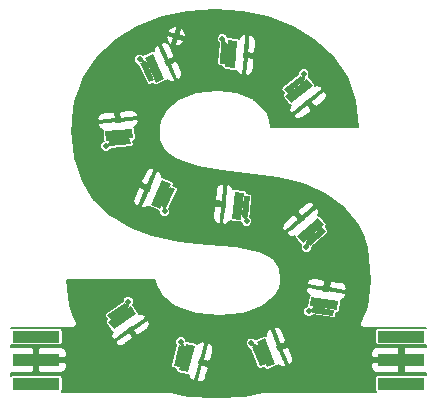
<source format=gtl>
G04 #@! TF.FileFunction,Copper,L1,Top,Signal*
%FSLAX46Y46*%
G04 Gerber Fmt 4.6, Leading zero omitted, Abs format (unit mm)*
G04 Created by KiCad (PCBNEW 4.0.0-rc2-stable) date 3/3/2016 3:47:34 PM*
%MOMM*%
G01*
G04 APERTURE LIST*
%ADD10C,0.150000*%
%ADD11C,0.500000*%
%ADD12R,4.000000X1.000000*%
%ADD13C,0.600000*%
%ADD14C,0.254000*%
%ADD15C,0.152400*%
G04 APERTURE END LIST*
D10*
G36*
X55044068Y-44379281D02*
X56526152Y-43357798D01*
X56809898Y-43769487D01*
X55327814Y-44790970D01*
X55044068Y-44379281D01*
X55044068Y-44379281D01*
G37*
G36*
X55967531Y-46159679D02*
X57861304Y-44854451D01*
X58042901Y-45117933D01*
X56149128Y-46423161D01*
X55967531Y-46159679D01*
X55967531Y-46159679D01*
G37*
G36*
X55121969Y-44932843D02*
X57015743Y-43627615D01*
X57469735Y-44286319D01*
X55575961Y-45591547D01*
X55121969Y-44932843D01*
X55121969Y-44932843D01*
G37*
D11*
X56801541Y-43228719D03*
D10*
G36*
X60666661Y-48644401D02*
X61135957Y-46906655D01*
X61618665Y-47037015D01*
X61149369Y-48774761D01*
X60666661Y-48644401D01*
X60666661Y-48644401D01*
G37*
G36*
X62522656Y-49404587D02*
X63122312Y-47184134D01*
X63431244Y-47267565D01*
X62831588Y-49488018D01*
X62522656Y-49404587D01*
X62522656Y-49404587D01*
G37*
G36*
X61084188Y-49016115D02*
X61683844Y-46795661D01*
X62456176Y-47004237D01*
X61856520Y-49224691D01*
X61084188Y-49016115D01*
X61084188Y-49016115D01*
G37*
D11*
X61262444Y-46630067D03*
D10*
G36*
X67968090Y-48723692D02*
X67302479Y-47051280D01*
X67767038Y-46866388D01*
X68432649Y-48538800D01*
X67968090Y-48723692D01*
X67968090Y-48723692D01*
G37*
G36*
X69909481Y-48220101D02*
X69058977Y-46083130D01*
X69356295Y-45964799D01*
X70206799Y-48101770D01*
X69909481Y-48220101D01*
X69909481Y-48220101D01*
G37*
G36*
X68525096Y-48771079D02*
X67674592Y-46634108D01*
X68417886Y-46338281D01*
X69268390Y-48475252D01*
X68525096Y-48771079D01*
X68525096Y-48771079D01*
G37*
D11*
X67237999Y-46754055D03*
D10*
G36*
X74159840Y-44422181D02*
X72379587Y-44156286D01*
X72453446Y-43661771D01*
X74233699Y-43927666D01*
X74159840Y-44422181D01*
X74159840Y-44422181D01*
G37*
G36*
X74701058Y-42490943D02*
X72426290Y-42151188D01*
X72473560Y-41834699D01*
X74748328Y-42174454D01*
X74701058Y-42490943D01*
X74701058Y-42490943D01*
G37*
G36*
X74480956Y-43964596D02*
X72206189Y-43624842D01*
X72324364Y-42833618D01*
X74599131Y-43173372D01*
X74480956Y-43964596D01*
X74480956Y-43964596D01*
G37*
D11*
X72090264Y-44062519D03*
D10*
G36*
X73513507Y-37306246D02*
X72156658Y-38489022D01*
X71828109Y-38112120D01*
X73184958Y-36929344D01*
X73513507Y-37306246D01*
X73513507Y-37306246D01*
G37*
G36*
X72394334Y-35641900D02*
X70660581Y-37153224D01*
X70450310Y-36912006D01*
X72184063Y-35400682D01*
X72394334Y-35641900D01*
X72394334Y-35641900D01*
G37*
G36*
X73373409Y-36765069D02*
X71639657Y-38276394D01*
X71113979Y-37673349D01*
X72847731Y-36162024D01*
X73373409Y-36765069D01*
X73373409Y-36765069D01*
G37*
D11*
X71897661Y-38648461D03*
D10*
G36*
X67093001Y-34314416D02*
X66912161Y-36105309D01*
X66414691Y-36055076D01*
X66595531Y-34264183D01*
X67093001Y-34314416D01*
X67093001Y-34314416D01*
G37*
G36*
X65138187Y-33865753D02*
X64907114Y-36154116D01*
X64588733Y-36121967D01*
X64819806Y-33833604D01*
X65138187Y-33865753D01*
X65138187Y-33865753D01*
G37*
G36*
X66620647Y-34015448D02*
X66389575Y-36303811D01*
X65593623Y-36223438D01*
X65824695Y-33935075D01*
X66620647Y-34015448D01*
X66620647Y-34015448D01*
G37*
D11*
X66832275Y-36398767D03*
D10*
G36*
X60783675Y-33701762D02*
X60047929Y-35344528D01*
X59591605Y-35140154D01*
X60327351Y-33497388D01*
X60783675Y-33701762D01*
X60783675Y-33701762D01*
G37*
G36*
X59069693Y-32660192D02*
X58129574Y-34759281D01*
X57837527Y-34628482D01*
X58777646Y-32529393D01*
X59069693Y-32660192D01*
X59069693Y-32660192D01*
G37*
G36*
X60429538Y-33269227D02*
X59489418Y-35368316D01*
X58759300Y-35041317D01*
X59699420Y-32942228D01*
X60429538Y-33269227D01*
X60429538Y-33269227D01*
G37*
D11*
X59879672Y-35597884D03*
D10*
G36*
X57032345Y-29923527D02*
X55239916Y-30088440D01*
X55194107Y-29590543D01*
X56986536Y-29425630D01*
X57032345Y-29923527D01*
X57032345Y-29923527D01*
G37*
G36*
X57098974Y-27918992D02*
X54808648Y-28129714D01*
X54779330Y-27811060D01*
X57069656Y-27600338D01*
X57098974Y-27918992D01*
X57098974Y-27918992D01*
G37*
G36*
X57235486Y-29402726D02*
X54945159Y-29613448D01*
X54871864Y-28816812D01*
X57162191Y-28606090D01*
X57235486Y-29402726D01*
X57235486Y-29402726D01*
G37*
D11*
X54936597Y-30066136D03*
D10*
G36*
X58572312Y-24670935D02*
X57838987Y-23027088D01*
X58295612Y-22823387D01*
X59028937Y-24467234D01*
X58572312Y-24670935D01*
X58572312Y-24670935D01*
G37*
G36*
X60491528Y-24088516D02*
X59554502Y-21988045D01*
X59846742Y-21857676D01*
X60783768Y-23958147D01*
X60491528Y-24088516D01*
X60491528Y-24088516D01*
G37*
G36*
X59130788Y-24695547D02*
X58193761Y-22595075D01*
X58924360Y-22269153D01*
X59861387Y-24369625D01*
X59130788Y-24695547D01*
X59130788Y-24695547D01*
G37*
D11*
X57762429Y-22732744D03*
D10*
G36*
X64556999Y-23084618D02*
X64700234Y-21290326D01*
X65198649Y-21330114D01*
X65055414Y-23124406D01*
X64556999Y-23084618D01*
X64556999Y-23084618D01*
G37*
G36*
X66520795Y-23492180D02*
X66703818Y-21199474D01*
X67022803Y-21224938D01*
X66839780Y-23517644D01*
X66520795Y-23492180D01*
X66520795Y-23492180D01*
G37*
G36*
X65035520Y-23373613D02*
X65218543Y-21080907D01*
X66016006Y-21144567D01*
X65832983Y-23437273D01*
X65035520Y-23373613D01*
X65035520Y-23373613D01*
G37*
D11*
X64773948Y-20995257D03*
D10*
G36*
X69997174Y-25240285D02*
X71403337Y-24116584D01*
X71715476Y-24507185D01*
X70309313Y-25630886D01*
X69997174Y-25240285D01*
X69997174Y-25240285D01*
G37*
G36*
X71044186Y-26950947D02*
X72840951Y-25515107D01*
X73040720Y-25765091D01*
X71243955Y-27200931D01*
X71044186Y-26950947D01*
X71044186Y-26950947D01*
G37*
G36*
X70114011Y-25786955D02*
X71910776Y-24351115D01*
X72410199Y-24976077D01*
X70613434Y-26411917D01*
X70114011Y-25786955D01*
X70114011Y-25786955D01*
G37*
D11*
X71668911Y-23968361D03*
D12*
X79943790Y-50192200D03*
X79943790Y-48192200D03*
X79943790Y-46192200D03*
D13*
X78943790Y-50192200D03*
X78943790Y-48192200D03*
X78943790Y-46192200D03*
D12*
X49020840Y-46192200D03*
X49020840Y-48192200D03*
X49020840Y-50192200D03*
D13*
X50020840Y-46192200D03*
X50020840Y-48192200D03*
X50020840Y-50192200D03*
D11*
X60855372Y-20780488D03*
D14*
X55930000Y-44070000D02*
X56300000Y-44610000D01*
X55930000Y-44070000D02*
X56300000Y-44610000D01*
X55930000Y-44070000D02*
X56300000Y-44610000D01*
X55930000Y-44070000D02*
X56300000Y-44610000D01*
X55930000Y-44070000D02*
X56300000Y-44610000D01*
X55930000Y-44070000D02*
X56300000Y-44610000D01*
X55930000Y-44070000D02*
X56300000Y-44610000D01*
X55930000Y-44070000D02*
X56300000Y-44610000D01*
X55930000Y-44070000D02*
X56300000Y-44610000D01*
X56300000Y-44610000D02*
X56800000Y-43230000D01*
X56300000Y-44610000D02*
X56800000Y-43230000D01*
X56300000Y-44610000D02*
X56800000Y-43230000D01*
X56300000Y-44610000D02*
X56800000Y-43230000D01*
X56300000Y-44610000D02*
X56800000Y-43230000D01*
X56300000Y-44610000D02*
X56800000Y-43230000D01*
X56300000Y-44610000D02*
X56800000Y-43230000D01*
X56300000Y-44610000D02*
X56800000Y-43230000D01*
X56300000Y-44610000D02*
X56800000Y-43230000D01*
X61140000Y-47840000D02*
X61770000Y-48010000D01*
X61140000Y-47840000D02*
X61770000Y-48010000D01*
X61140000Y-47840000D02*
X61770000Y-48010000D01*
X61140000Y-47840000D02*
X61770000Y-48010000D01*
X61140000Y-47840000D02*
X61770000Y-48010000D01*
X61140000Y-47840000D02*
X61770000Y-48010000D01*
X61140000Y-47840000D02*
X61770000Y-48010000D01*
X61140000Y-47840000D02*
X61770000Y-48010000D01*
X61140000Y-47840000D02*
X61770000Y-48010000D01*
X61770000Y-48010000D02*
X61260000Y-46630000D01*
X61770000Y-48010000D02*
X61260000Y-46630000D01*
X61770000Y-48010000D02*
X61260000Y-46630000D01*
X61770000Y-48010000D02*
X61260000Y-46630000D01*
X61770000Y-48010000D02*
X61260000Y-46630000D01*
X61770000Y-48010000D02*
X61260000Y-46630000D01*
X61770000Y-48010000D02*
X61260000Y-46630000D01*
X61770000Y-48010000D02*
X61260000Y-46630000D01*
X61770000Y-48010000D02*
X61260000Y-46630000D01*
X67870000Y-47800000D02*
X68470000Y-47550000D01*
X67870000Y-47800000D02*
X68470000Y-47550000D01*
X67870000Y-47800000D02*
X68470000Y-47550000D01*
X67870000Y-47800000D02*
X68470000Y-47550000D01*
X67870000Y-47800000D02*
X68470000Y-47550000D01*
X67870000Y-47800000D02*
X68470000Y-47550000D01*
X67870000Y-47800000D02*
X68470000Y-47550000D01*
X67870000Y-47800000D02*
X68470000Y-47550000D01*
X67870000Y-47800000D02*
X68470000Y-47550000D01*
X68470000Y-47550000D02*
X67240000Y-46750000D01*
X68470000Y-47550000D02*
X67240000Y-46750000D01*
X68470000Y-47550000D02*
X67240000Y-46750000D01*
X68470000Y-47550000D02*
X67240000Y-46750000D01*
X68470000Y-47550000D02*
X67240000Y-46750000D01*
X68470000Y-47550000D02*
X67240000Y-46750000D01*
X68470000Y-47550000D02*
X67240000Y-46750000D01*
X68470000Y-47550000D02*
X67240000Y-46750000D01*
X68470000Y-47550000D02*
X67240000Y-46750000D01*
X73310000Y-44040000D02*
X73400000Y-43400000D01*
X73310000Y-44040000D02*
X73400000Y-43400000D01*
X73310000Y-44040000D02*
X73400000Y-43400000D01*
X73310000Y-44040000D02*
X73400000Y-43400000D01*
X73310000Y-44040000D02*
X73400000Y-43400000D01*
X73310000Y-44040000D02*
X73400000Y-43400000D01*
X73310000Y-44040000D02*
X73400000Y-43400000D01*
X73310000Y-44040000D02*
X73400000Y-43400000D01*
X73310000Y-44040000D02*
X73400000Y-43400000D01*
X73400000Y-43400000D02*
X72090000Y-44060000D01*
X73400000Y-43400000D02*
X72090000Y-44060000D01*
X73400000Y-43400000D02*
X72090000Y-44060000D01*
X73400000Y-43400000D02*
X72090000Y-44060000D01*
X73400000Y-43400000D02*
X72090000Y-44060000D01*
X73400000Y-43400000D02*
X72090000Y-44060000D01*
X73400000Y-43400000D02*
X72090000Y-44060000D01*
X73400000Y-43400000D02*
X72090000Y-44060000D01*
X73400000Y-43400000D02*
X72090000Y-44060000D01*
X72670000Y-37710000D02*
X72240000Y-37220000D01*
X72670000Y-37710000D02*
X72240000Y-37220000D01*
X72670000Y-37710000D02*
X72240000Y-37220000D01*
X72670000Y-37710000D02*
X72240000Y-37220000D01*
X72670000Y-37710000D02*
X72240000Y-37220000D01*
X72670000Y-37710000D02*
X72240000Y-37220000D01*
X72670000Y-37710000D02*
X72240000Y-37220000D01*
X72670000Y-37710000D02*
X72240000Y-37220000D01*
X72670000Y-37710000D02*
X72240000Y-37220000D01*
X72240000Y-37220000D02*
X71900000Y-38650000D01*
X72240000Y-37220000D02*
X71900000Y-38650000D01*
X72240000Y-37220000D02*
X71900000Y-38650000D01*
X72240000Y-37220000D02*
X71900000Y-38650000D01*
X72240000Y-37220000D02*
X71900000Y-38650000D01*
X72240000Y-37220000D02*
X71900000Y-38650000D01*
X72240000Y-37220000D02*
X71900000Y-38650000D01*
X72240000Y-37220000D02*
X71900000Y-38650000D01*
X72240000Y-37220000D02*
X71900000Y-38650000D01*
X66750000Y-35180000D02*
X66110000Y-35120000D01*
X66750000Y-35180000D02*
X66110000Y-35120000D01*
X66750000Y-35180000D02*
X66110000Y-35120000D01*
X66750000Y-35180000D02*
X66110000Y-35120000D01*
X66750000Y-35180000D02*
X66110000Y-35120000D01*
X66750000Y-35180000D02*
X66110000Y-35120000D01*
X66750000Y-35180000D02*
X66110000Y-35120000D01*
X66750000Y-35180000D02*
X66110000Y-35120000D01*
X66750000Y-35180000D02*
X66110000Y-35120000D01*
X66110000Y-35120000D02*
X66830000Y-36400000D01*
X66110000Y-35120000D02*
X66830000Y-36400000D01*
X66110000Y-35120000D02*
X66830000Y-36400000D01*
X66110000Y-35120000D02*
X66830000Y-36400000D01*
X66110000Y-35120000D02*
X66830000Y-36400000D01*
X66110000Y-35120000D02*
X66830000Y-36400000D01*
X66110000Y-35120000D02*
X66830000Y-36400000D01*
X66110000Y-35120000D02*
X66830000Y-36400000D01*
X66110000Y-35120000D02*
X66830000Y-36400000D01*
X60190000Y-34420000D02*
X59590000Y-34160000D01*
X60190000Y-34420000D02*
X59590000Y-34160000D01*
X60190000Y-34420000D02*
X59590000Y-34160000D01*
X60190000Y-34420000D02*
X59590000Y-34160000D01*
X60190000Y-34420000D02*
X59590000Y-34160000D01*
X60190000Y-34420000D02*
X59590000Y-34160000D01*
X60190000Y-34420000D02*
X59590000Y-34160000D01*
X60190000Y-34420000D02*
X59590000Y-34160000D01*
X60190000Y-34420000D02*
X59590000Y-34160000D01*
X59590000Y-34160000D02*
X59880000Y-35600000D01*
X59590000Y-34160000D02*
X59880000Y-35600000D01*
X59590000Y-34160000D02*
X59880000Y-35600000D01*
X59590000Y-34160000D02*
X59880000Y-35600000D01*
X59590000Y-34160000D02*
X59880000Y-35600000D01*
X59590000Y-34160000D02*
X59880000Y-35600000D01*
X59590000Y-34160000D02*
X59880000Y-35600000D01*
X59590000Y-34160000D02*
X59880000Y-35600000D01*
X59590000Y-34160000D02*
X59880000Y-35600000D01*
X56110000Y-29760000D02*
X56050000Y-29110000D01*
X56110000Y-29760000D02*
X56050000Y-29110000D01*
X56110000Y-29760000D02*
X56050000Y-29110000D01*
X56110000Y-29760000D02*
X56050000Y-29110000D01*
X56110000Y-29760000D02*
X56050000Y-29110000D01*
X56110000Y-29760000D02*
X56050000Y-29110000D01*
X56110000Y-29760000D02*
X56050000Y-29110000D01*
X56110000Y-29760000D02*
X56050000Y-29110000D01*
X56110000Y-29760000D02*
X56050000Y-29110000D01*
X56050000Y-29110000D02*
X54940000Y-30070000D01*
X56050000Y-29110000D02*
X54940000Y-30070000D01*
X56050000Y-29110000D02*
X54940000Y-30070000D01*
X56050000Y-29110000D02*
X54940000Y-30070000D01*
X56050000Y-29110000D02*
X54940000Y-30070000D01*
X56050000Y-29110000D02*
X54940000Y-30070000D01*
X56050000Y-29110000D02*
X54940000Y-30070000D01*
X56050000Y-29110000D02*
X54940000Y-30070000D01*
X56050000Y-29110000D02*
X54940000Y-30070000D01*
X58430000Y-23750000D02*
X59030000Y-23480000D01*
X58430000Y-23750000D02*
X59030000Y-23480000D01*
X58430000Y-23750000D02*
X59030000Y-23480000D01*
X58430000Y-23750000D02*
X59030000Y-23480000D01*
X58430000Y-23750000D02*
X59030000Y-23480000D01*
X58430000Y-23750000D02*
X59030000Y-23480000D01*
X58430000Y-23750000D02*
X59030000Y-23480000D01*
X58430000Y-23750000D02*
X59030000Y-23480000D01*
X58430000Y-23750000D02*
X59030000Y-23480000D01*
X59030000Y-23480000D02*
X57760000Y-22730000D01*
X59030000Y-23480000D02*
X57760000Y-22730000D01*
X59030000Y-23480000D02*
X57760000Y-22730000D01*
X59030000Y-23480000D02*
X57760000Y-22730000D01*
X59030000Y-23480000D02*
X57760000Y-22730000D01*
X59030000Y-23480000D02*
X57760000Y-22730000D01*
X59030000Y-23480000D02*
X57760000Y-22730000D01*
X59030000Y-23480000D02*
X57760000Y-22730000D01*
X59030000Y-23480000D02*
X57760000Y-22730000D01*
X64880000Y-22210000D02*
X65530000Y-22260000D01*
X64880000Y-22210000D02*
X65530000Y-22260000D01*
X64880000Y-22210000D02*
X65530000Y-22260000D01*
X64880000Y-22210000D02*
X65530000Y-22260000D01*
X64880000Y-22210000D02*
X65530000Y-22260000D01*
X64880000Y-22210000D02*
X65530000Y-22260000D01*
X64880000Y-22210000D02*
X65530000Y-22260000D01*
X64880000Y-22210000D02*
X65530000Y-22260000D01*
X64880000Y-22210000D02*
X65530000Y-22260000D01*
X65530000Y-22260000D02*
X64770000Y-21000000D01*
X65530000Y-22260000D02*
X64770000Y-21000000D01*
X65530000Y-22260000D02*
X64770000Y-21000000D01*
X65530000Y-22260000D02*
X64770000Y-21000000D01*
X65530000Y-22260000D02*
X64770000Y-21000000D01*
X65530000Y-22260000D02*
X64770000Y-21000000D01*
X65530000Y-22260000D02*
X64770000Y-21000000D01*
X65530000Y-22260000D02*
X64770000Y-21000000D01*
X65530000Y-22260000D02*
X64770000Y-21000000D01*
X70860000Y-24870000D02*
X71260000Y-25380000D01*
X70860000Y-24870000D02*
X71260000Y-25380000D01*
X70860000Y-24870000D02*
X71260000Y-25380000D01*
X70860000Y-24870000D02*
X71260000Y-25380000D01*
X70860000Y-24870000D02*
X71260000Y-25380000D01*
X70860000Y-24870000D02*
X71260000Y-25380000D01*
X70860000Y-24870000D02*
X71260000Y-25380000D01*
X70860000Y-24870000D02*
X71260000Y-25380000D01*
X70860000Y-24870000D02*
X71260000Y-25380000D01*
X71260000Y-25380000D02*
X71670000Y-23970000D01*
X71260000Y-25380000D02*
X71670000Y-23970000D01*
X71260000Y-25380000D02*
X71670000Y-23970000D01*
X71260000Y-25380000D02*
X71670000Y-23970000D01*
X71260000Y-25380000D02*
X71670000Y-23970000D01*
X71260000Y-25380000D02*
X71670000Y-23970000D01*
X71260000Y-25380000D02*
X71670000Y-23970000D01*
X71260000Y-25380000D02*
X71670000Y-23970000D01*
X71260000Y-25380000D02*
X71670000Y-23970000D01*
D15*
G36*
X66410983Y-18696576D02*
X68650765Y-19177933D01*
X70737761Y-19971579D01*
X72571946Y-21074043D01*
X74107640Y-22493101D01*
X75290083Y-24227997D01*
X76035919Y-26281470D01*
X76234252Y-28411400D01*
X68906769Y-28411400D01*
X68846562Y-27916364D01*
X68833676Y-27877135D01*
X68824588Y-27836850D01*
X68726981Y-27617233D01*
X70828810Y-27617233D01*
X70860121Y-27656414D01*
X71063644Y-27768630D01*
X71294619Y-27794418D01*
X71517880Y-27729853D01*
X71699438Y-27584765D01*
X72254049Y-27141562D01*
X72276967Y-26936292D01*
X71953498Y-26531512D01*
X70851729Y-27411963D01*
X70828810Y-27617233D01*
X68726981Y-27617233D01*
X68544588Y-27206850D01*
X68515261Y-27165295D01*
X68487000Y-27123000D01*
X67517000Y-26153000D01*
X67472729Y-26123420D01*
X67428614Y-26093444D01*
X66058615Y-25513444D01*
X66020176Y-25505487D01*
X65982853Y-25493344D01*
X64382853Y-25303344D01*
X64350674Y-25305864D01*
X64318507Y-25303186D01*
X62648506Y-25493186D01*
X62616318Y-25503484D01*
X62582951Y-25508850D01*
X61102951Y-26058850D01*
X61058735Y-26086090D01*
X61014059Y-26112530D01*
X59954059Y-27062529D01*
X59924855Y-27101450D01*
X59894067Y-27139100D01*
X59564067Y-27759100D01*
X59552366Y-27797917D01*
X59536810Y-27835362D01*
X59396810Y-28535362D01*
X59396776Y-28567867D01*
X59391578Y-28599944D01*
X59421578Y-29439944D01*
X59433052Y-29488501D01*
X59442944Y-29537426D01*
X59722944Y-30207426D01*
X59749195Y-30246447D01*
X59773314Y-30286812D01*
X60243314Y-30806812D01*
X60274257Y-30829827D01*
X60302342Y-30856252D01*
X60942342Y-31256252D01*
X60974816Y-31268559D01*
X61005203Y-31285382D01*
X62695204Y-31825382D01*
X62716607Y-31827809D01*
X62736826Y-31835234D01*
X64776826Y-32155234D01*
X64779399Y-32155129D01*
X64781833Y-32155973D01*
X69468784Y-32804168D01*
X71592982Y-33305715D01*
X73453388Y-34094683D01*
X75017405Y-35204941D01*
X76234307Y-36711582D01*
X76689600Y-37622168D01*
X77005447Y-38703704D01*
X77279672Y-41377402D01*
X76997897Y-43699615D01*
X76451846Y-45045242D01*
X76441818Y-45097622D01*
X76431400Y-45150000D01*
X76431599Y-45151003D01*
X76431407Y-45152008D01*
X76442196Y-45204278D01*
X76452607Y-45256616D01*
X76453176Y-45257467D01*
X76453382Y-45258467D01*
X76483339Y-45302610D01*
X76513000Y-45347000D01*
X76513850Y-45347568D01*
X76514424Y-45348414D01*
X76558967Y-45377715D01*
X76603384Y-45407393D01*
X76604389Y-45407593D01*
X76605242Y-45408154D01*
X76657622Y-45418182D01*
X76710000Y-45428600D01*
X81981400Y-45428600D01*
X81981400Y-45466738D01*
X81943790Y-45459122D01*
X77943790Y-45459122D01*
X77859076Y-45475062D01*
X77781272Y-45525128D01*
X77729075Y-45601520D01*
X77710712Y-45692200D01*
X77710712Y-46692200D01*
X77726652Y-46776914D01*
X77776718Y-46854718D01*
X77853110Y-46906915D01*
X77943790Y-46925278D01*
X81943790Y-46925278D01*
X81981400Y-46918201D01*
X81981400Y-47108000D01*
X80267640Y-47108000D01*
X80121590Y-47254050D01*
X80121590Y-48014400D01*
X80141590Y-48014400D01*
X80141590Y-48370000D01*
X80121590Y-48370000D01*
X80121590Y-49130350D01*
X80267640Y-49276400D01*
X81981400Y-49276400D01*
X81981400Y-49466738D01*
X81943790Y-49459122D01*
X77943790Y-49459122D01*
X77859076Y-49475062D01*
X77781272Y-49525128D01*
X77729075Y-49601520D01*
X77710712Y-49692200D01*
X77710712Y-50692200D01*
X77726652Y-50776914D01*
X77776718Y-50854718D01*
X77801133Y-50871400D01*
X68270000Y-50871400D01*
X68242078Y-50876954D01*
X68213614Y-50877166D01*
X66732591Y-51183244D01*
X64310071Y-51340806D01*
X61907857Y-51183284D01*
X60447116Y-50877318D01*
X60418284Y-50877026D01*
X60390000Y-50871400D01*
X51164511Y-50871400D01*
X51183358Y-50859272D01*
X51235555Y-50782880D01*
X51253918Y-50692200D01*
X51253918Y-49692200D01*
X51237978Y-49607486D01*
X51187912Y-49529682D01*
X51111520Y-49477485D01*
X51020840Y-49459122D01*
X47020840Y-49459122D01*
X46936126Y-49475062D01*
X46908600Y-49492775D01*
X46908600Y-49276400D01*
X48696990Y-49276400D01*
X48843040Y-49130350D01*
X48843040Y-48370000D01*
X48823040Y-48370000D01*
X48823040Y-48130533D01*
X49121428Y-48130533D01*
X49166293Y-48479417D01*
X49198640Y-48557510D01*
X49198640Y-49130350D01*
X49344690Y-49276400D01*
X51137044Y-49276400D01*
X51351762Y-49187461D01*
X51516101Y-49023123D01*
X51605040Y-48808405D01*
X51605040Y-48669573D01*
X60434946Y-48669573D01*
X60462995Y-48757740D01*
X60523136Y-48828048D01*
X60605893Y-48869418D01*
X60863583Y-48939010D01*
X60859171Y-48955347D01*
X60852473Y-49041287D01*
X60880522Y-49129454D01*
X60940663Y-49199762D01*
X61023420Y-49241132D01*
X61795752Y-49449708D01*
X61881692Y-49456406D01*
X61937964Y-49438504D01*
X61958245Y-49594940D01*
X62074053Y-49796441D01*
X62258157Y-49938286D01*
X62306577Y-49951362D01*
X62413070Y-49890157D01*
X62640121Y-49890157D01*
X62743041Y-50069234D01*
X62791462Y-50082310D01*
X63021942Y-50052428D01*
X63223442Y-49936619D01*
X63365287Y-49752515D01*
X63425880Y-49528144D01*
X63610977Y-48842753D01*
X63508057Y-48663676D01*
X63007827Y-48528584D01*
X62640121Y-49890157D01*
X62413070Y-49890157D01*
X62485654Y-49848441D01*
X62853361Y-48486869D01*
X62776127Y-48466011D01*
X62851940Y-48185283D01*
X63100539Y-48185283D01*
X63600769Y-48320375D01*
X63779846Y-48217454D01*
X63964943Y-47532063D01*
X64025536Y-47307692D01*
X63995655Y-47077212D01*
X63879847Y-46875711D01*
X63844967Y-46848837D01*
X66759316Y-46848837D01*
X66832025Y-47024806D01*
X66966540Y-47159555D01*
X67120088Y-47223314D01*
X67751533Y-48809880D01*
X67797669Y-48882695D01*
X67872957Y-48936471D01*
X67963235Y-48956719D01*
X68054278Y-48940249D01*
X68302281Y-48841545D01*
X68308539Y-48857268D01*
X68354675Y-48930082D01*
X68429963Y-48983858D01*
X68520241Y-49004106D01*
X68611284Y-48987636D01*
X69354578Y-48691809D01*
X69427393Y-48645673D01*
X69461715Y-48597621D01*
X69571695Y-48710706D01*
X69785154Y-48802627D01*
X70017541Y-48805862D01*
X70064141Y-48787316D01*
X70145831Y-48597611D01*
X69624306Y-47287230D01*
X69549977Y-47316812D01*
X69514656Y-47228064D01*
X69772965Y-47228064D01*
X70294490Y-48538445D01*
X70484195Y-48620136D01*
X70530795Y-48601590D01*
X70697405Y-48439555D01*
X70789324Y-48226096D01*
X70792560Y-47993709D01*
X70706618Y-47777774D01*
X70626312Y-47575995D01*
X77359590Y-47575995D01*
X77359590Y-47868350D01*
X77505640Y-48014400D01*
X78075870Y-48014400D01*
X78044378Y-48130533D01*
X78075172Y-48370000D01*
X77505640Y-48370000D01*
X77359590Y-48516050D01*
X77359590Y-48808405D01*
X77448529Y-49023123D01*
X77612868Y-49187461D01*
X77827586Y-49276400D01*
X79619940Y-49276400D01*
X79765990Y-49130350D01*
X79765990Y-48538598D01*
X79843202Y-48253867D01*
X79798337Y-47904983D01*
X79765990Y-47826890D01*
X79765990Y-47254050D01*
X79619940Y-47108000D01*
X77827586Y-47108000D01*
X77612868Y-47196939D01*
X77448529Y-47361277D01*
X77359590Y-47575995D01*
X70626312Y-47575995D01*
X70444092Y-47118151D01*
X70254387Y-47036461D01*
X69772965Y-47228064D01*
X69514656Y-47228064D01*
X69418482Y-46986419D01*
X69492811Y-46956836D01*
X68971286Y-45646455D01*
X68833890Y-45587289D01*
X69119945Y-45587289D01*
X69641470Y-46897670D01*
X70122892Y-46706066D01*
X70204583Y-46516362D01*
X69942056Y-45856739D01*
X69856115Y-45640804D01*
X69694081Y-45474194D01*
X69480622Y-45382273D01*
X69248235Y-45379038D01*
X69201635Y-45397584D01*
X69119945Y-45587289D01*
X68833890Y-45587289D01*
X68781581Y-45564764D01*
X68734981Y-45583310D01*
X68568371Y-45745345D01*
X68476452Y-45958804D01*
X68474252Y-46116807D01*
X68422741Y-46105254D01*
X68331698Y-46121724D01*
X67588404Y-46417551D01*
X67582236Y-46421459D01*
X67509458Y-46348555D01*
X67333616Y-46275539D01*
X67143217Y-46275372D01*
X66967248Y-46348081D01*
X66832499Y-46482596D01*
X66759483Y-46658438D01*
X66759316Y-46848837D01*
X63844967Y-46848837D01*
X63695743Y-46733866D01*
X63647323Y-46720790D01*
X63468246Y-46823711D01*
X63100539Y-48185283D01*
X62851940Y-48185283D01*
X62868839Y-48122710D01*
X62946073Y-48143568D01*
X63313779Y-46781995D01*
X63210859Y-46602918D01*
X63162438Y-46589842D01*
X62931958Y-46619724D01*
X62730458Y-46735533D01*
X62634017Y-46860707D01*
X62599701Y-46820590D01*
X62516944Y-46779220D01*
X61744612Y-46570644D01*
X61741096Y-46570370D01*
X61741127Y-46535285D01*
X61668418Y-46359316D01*
X61533903Y-46224567D01*
X61358061Y-46151551D01*
X61167662Y-46151384D01*
X60991693Y-46224093D01*
X60856944Y-46358608D01*
X60783928Y-46534450D01*
X60783761Y-46724849D01*
X60856470Y-46900818D01*
X60887666Y-46932068D01*
X60441644Y-48583633D01*
X60434946Y-48669573D01*
X51605040Y-48669573D01*
X51605040Y-48516050D01*
X51458990Y-48370000D01*
X50888760Y-48370000D01*
X50920252Y-48253867D01*
X50889458Y-48014400D01*
X51458990Y-48014400D01*
X51605040Y-47868350D01*
X51605040Y-47575995D01*
X51516101Y-47361277D01*
X51351762Y-47196939D01*
X51137044Y-47108000D01*
X49344690Y-47108000D01*
X49198640Y-47254050D01*
X49198640Y-47845802D01*
X49121428Y-48130533D01*
X48823040Y-48130533D01*
X48823040Y-48014400D01*
X48843040Y-48014400D01*
X48843040Y-47254050D01*
X48696990Y-47108000D01*
X46908600Y-47108000D01*
X46908600Y-46892184D01*
X46930160Y-46906915D01*
X47020840Y-46925278D01*
X51020840Y-46925278D01*
X51105554Y-46909338D01*
X51183358Y-46859272D01*
X51217657Y-46809073D01*
X55705592Y-46809073D01*
X55734054Y-46850370D01*
X55929135Y-46976692D01*
X56157709Y-47018744D01*
X56384976Y-46970124D01*
X56576336Y-46838234D01*
X57160891Y-46435347D01*
X57198264Y-46232211D01*
X56904218Y-45805576D01*
X55742964Y-46605937D01*
X55705592Y-46809073D01*
X51217657Y-46809073D01*
X51235555Y-46782880D01*
X51253918Y-46692200D01*
X51253918Y-45692200D01*
X51237978Y-45607486D01*
X51187912Y-45529682D01*
X51111520Y-45477485D01*
X51020840Y-45459122D01*
X47020840Y-45459122D01*
X46936126Y-45475062D01*
X46908600Y-45492775D01*
X46908600Y-45428600D01*
X52170000Y-45428600D01*
X52220471Y-45418561D01*
X52271140Y-45409593D01*
X52273670Y-45407979D01*
X52276616Y-45407393D01*
X52319411Y-45378798D01*
X52362784Y-45351128D01*
X52364505Y-45348667D01*
X52367000Y-45347000D01*
X52395590Y-45304212D01*
X52425077Y-45262043D01*
X52425725Y-45259113D01*
X52427393Y-45256616D01*
X52437431Y-45206153D01*
X52448538Y-45155901D01*
X52448015Y-45152943D01*
X52448600Y-45150000D01*
X52438561Y-45099529D01*
X52429593Y-45048860D01*
X52151055Y-44333945D01*
X54815442Y-44333945D01*
X54815816Y-44426466D01*
X54852157Y-44511551D01*
X55003632Y-44731328D01*
X54989699Y-44740931D01*
X54928994Y-44802130D01*
X54893343Y-44887507D01*
X54893717Y-44980027D01*
X54930057Y-45065112D01*
X55384049Y-45723816D01*
X55445248Y-45784522D01*
X55499741Y-45807277D01*
X55414000Y-45939687D01*
X55371947Y-46168260D01*
X55420567Y-46395526D01*
X55449029Y-46436823D01*
X55652166Y-46474196D01*
X56813420Y-45673835D01*
X56768021Y-45607965D01*
X56774097Y-45603777D01*
X57197012Y-45603777D01*
X57491057Y-46030411D01*
X57694194Y-46067784D01*
X58278749Y-45664896D01*
X58470109Y-45533006D01*
X58596432Y-45337925D01*
X58638485Y-45109352D01*
X58589865Y-44882086D01*
X58561403Y-44840789D01*
X58358266Y-44803416D01*
X57197012Y-45603777D01*
X56774097Y-45603777D01*
X57060814Y-45406165D01*
X57106214Y-45472036D01*
X58267468Y-44671675D01*
X58304840Y-44468539D01*
X58276378Y-44427242D01*
X58081297Y-44300920D01*
X57852723Y-44258868D01*
X57698200Y-44291926D01*
X57697987Y-44239135D01*
X57661647Y-44154050D01*
X57208524Y-43496607D01*
X57280057Y-43324336D01*
X57280224Y-43133937D01*
X57207515Y-42957968D01*
X57073000Y-42823219D01*
X56897158Y-42750203D01*
X56706759Y-42750036D01*
X56530790Y-42822745D01*
X56396041Y-42957260D01*
X56323025Y-43133102D01*
X56322953Y-43214771D01*
X54911798Y-44187369D01*
X54851092Y-44248569D01*
X54815442Y-44333945D01*
X52151055Y-44333945D01*
X51843650Y-43544939D01*
X51636510Y-41378600D01*
X59109752Y-41378600D01*
X59184428Y-41880963D01*
X59200092Y-41924700D01*
X59213207Y-41969272D01*
X59543207Y-42599272D01*
X59543880Y-42600106D01*
X59544190Y-42601132D01*
X59577994Y-42642391D01*
X59611464Y-42683876D01*
X59612405Y-42684389D01*
X59613084Y-42685218D01*
X60793084Y-43655217D01*
X60836299Y-43678361D01*
X60878596Y-43703179D01*
X62548597Y-44283179D01*
X62581702Y-44287774D01*
X62613724Y-44297358D01*
X64513724Y-44477358D01*
X64540493Y-44474621D01*
X64567272Y-44477262D01*
X66397272Y-44297262D01*
X66429101Y-44287611D01*
X66462036Y-44282959D01*
X66821058Y-44157301D01*
X71611581Y-44157301D01*
X71684290Y-44333270D01*
X71818805Y-44468019D01*
X71994647Y-44541035D01*
X72185046Y-44541202D01*
X72361015Y-44468493D01*
X72430130Y-44399498D01*
X74125410Y-44652702D01*
X74211549Y-44649451D01*
X74295896Y-44611427D01*
X74358804Y-44543584D01*
X74390361Y-44456611D01*
X74429790Y-44192617D01*
X74446526Y-44195117D01*
X74532665Y-44191866D01*
X74617012Y-44153842D01*
X74679920Y-44085999D01*
X74711477Y-43999026D01*
X74829652Y-43207802D01*
X74826401Y-43121663D01*
X74802133Y-43067830D01*
X74955190Y-43029654D01*
X75142002Y-42891395D01*
X75261683Y-42692171D01*
X75269092Y-42642566D01*
X75146218Y-42476544D01*
X73751341Y-42268208D01*
X73739523Y-42347330D01*
X73387824Y-42294801D01*
X73399642Y-42215679D01*
X72691840Y-42109963D01*
X73774976Y-42109963D01*
X75169853Y-42318299D01*
X75335876Y-42195426D01*
X75343284Y-42145821D01*
X75287039Y-41920321D01*
X75148779Y-41733509D01*
X74949555Y-41613828D01*
X74719695Y-41579497D01*
X74017539Y-41474624D01*
X73851517Y-41597498D01*
X73774976Y-42109963D01*
X72691840Y-42109963D01*
X72004765Y-42007343D01*
X71838742Y-42130216D01*
X71831334Y-42179821D01*
X71887579Y-42405321D01*
X72025839Y-42592133D01*
X72161294Y-42673506D01*
X72125400Y-42712215D01*
X72093843Y-42799188D01*
X71975668Y-43590412D01*
X71975728Y-43591998D01*
X71819513Y-43656545D01*
X71684764Y-43791060D01*
X71611748Y-43966902D01*
X71611581Y-44157301D01*
X66821058Y-44157301D01*
X68062036Y-43722959D01*
X68103200Y-43698673D01*
X68145463Y-43676404D01*
X69255463Y-42776404D01*
X69289961Y-42734872D01*
X69324746Y-42693107D01*
X69634746Y-42123107D01*
X69649076Y-42077072D01*
X69665456Y-42031736D01*
X69718283Y-41683076D01*
X71905526Y-41683076D01*
X72028400Y-41849098D01*
X73423277Y-42057434D01*
X73499818Y-41544969D01*
X73376945Y-41378946D01*
X72674788Y-41274074D01*
X72444929Y-41239743D01*
X72219428Y-41295988D01*
X72032616Y-41434247D01*
X71912935Y-41633471D01*
X71905526Y-41683076D01*
X69718283Y-41683076D01*
X69765456Y-41371736D01*
X69763600Y-41331404D01*
X69765870Y-41291095D01*
X69655870Y-40511095D01*
X69655396Y-40509738D01*
X69655462Y-40508298D01*
X69637465Y-40458471D01*
X69619983Y-40408485D01*
X69619023Y-40407410D01*
X69618534Y-40406057D01*
X69268534Y-39826057D01*
X69235558Y-39789892D01*
X69204040Y-39752450D01*
X68654040Y-39312450D01*
X68623737Y-39296736D01*
X68596080Y-39276735D01*
X67876080Y-38946735D01*
X67843883Y-38939080D01*
X67813253Y-38926537D01*
X65913253Y-38556537D01*
X65897196Y-38556602D01*
X65881737Y-38552249D01*
X63586861Y-38372650D01*
X61095943Y-38084855D01*
X58848551Y-37592006D01*
X58834724Y-37586890D01*
X70263610Y-37586890D01*
X70296566Y-37624697D01*
X70504700Y-37728111D01*
X70736565Y-37744003D01*
X70886349Y-37693657D01*
X70892540Y-37746082D01*
X70938283Y-37826504D01*
X71463961Y-38429549D01*
X71468767Y-38433340D01*
X71419145Y-38552844D01*
X71418978Y-38743243D01*
X71491687Y-38919212D01*
X71626202Y-39053961D01*
X71802044Y-39126977D01*
X71992443Y-39127144D01*
X72168412Y-39054435D01*
X72303161Y-38919920D01*
X72376177Y-38744078D01*
X72376297Y-38606762D01*
X73666662Y-37481941D01*
X73720046Y-37414260D01*
X73745797Y-37325395D01*
X73734946Y-37233513D01*
X73689202Y-37153091D01*
X73513808Y-36951884D01*
X73526564Y-36940764D01*
X73579948Y-36873084D01*
X73605699Y-36784219D01*
X73594848Y-36692336D01*
X73549105Y-36611914D01*
X73023427Y-36008869D01*
X72955745Y-35955485D01*
X72899029Y-35939050D01*
X72969220Y-35797782D01*
X72985113Y-35565916D01*
X72911065Y-35345619D01*
X72878108Y-35307812D01*
X72672046Y-35293688D01*
X71608916Y-36220425D01*
X71661485Y-36280730D01*
X71393431Y-36514394D01*
X71340863Y-36454089D01*
X70277734Y-37380827D01*
X70263610Y-37586890D01*
X58834724Y-37586890D01*
X57216078Y-36987990D01*
X69859531Y-36987990D01*
X69933579Y-37208287D01*
X69966536Y-37246094D01*
X70172598Y-37260218D01*
X71235728Y-36333481D01*
X70895252Y-35942896D01*
X70689190Y-35928772D01*
X70154030Y-36395275D01*
X69978838Y-36547991D01*
X69875424Y-36756124D01*
X69859531Y-36987990D01*
X57216078Y-36987990D01*
X56891746Y-36867987D01*
X55756764Y-36178891D01*
X63995815Y-36178891D01*
X64062732Y-36401458D01*
X64209728Y-36581476D01*
X64414424Y-36691536D01*
X64464325Y-36696575D01*
X64604622Y-36582012D01*
X64783500Y-36582012D01*
X64914138Y-36741996D01*
X64964039Y-36747035D01*
X65186606Y-36680118D01*
X65366623Y-36533121D01*
X65441455Y-36393945D01*
X65481830Y-36427956D01*
X65570207Y-36455337D01*
X66366159Y-36535710D01*
X66370847Y-36535309D01*
X66426301Y-36669518D01*
X66560816Y-36804267D01*
X66736658Y-36877283D01*
X66927057Y-36877450D01*
X67103026Y-36804741D01*
X67237775Y-36670226D01*
X67310791Y-36494384D01*
X67310958Y-36303985D01*
X67238249Y-36128016D01*
X67152777Y-36042396D01*
X67186419Y-35709232D01*
X71163306Y-35709232D01*
X71503781Y-36099817D01*
X72566910Y-35173079D01*
X72581034Y-34967016D01*
X72548078Y-34929209D01*
X72339944Y-34825795D01*
X72108079Y-34809903D01*
X71887781Y-34883951D01*
X71712590Y-35036667D01*
X71177430Y-35503170D01*
X71163306Y-35709232D01*
X67186419Y-35709232D01*
X67324900Y-34337833D01*
X67317551Y-34251946D01*
X67275555Y-34169505D01*
X67204794Y-34109898D01*
X67116417Y-34082517D01*
X66850846Y-34055700D01*
X66852546Y-34038864D01*
X66845197Y-33952978D01*
X66803201Y-33870537D01*
X66732440Y-33810930D01*
X66644063Y-33783549D01*
X65848111Y-33703176D01*
X65762225Y-33710525D01*
X65709608Y-33737329D01*
X65664188Y-33586262D01*
X65517192Y-33406244D01*
X65312496Y-33296184D01*
X65262595Y-33291145D01*
X65102611Y-33421783D01*
X64960918Y-34824997D01*
X65040514Y-34833034D01*
X65004787Y-35186835D01*
X64925192Y-35178798D01*
X64783500Y-36582012D01*
X64604622Y-36582012D01*
X64624309Y-36565937D01*
X64766002Y-35162723D01*
X64250473Y-35110667D01*
X64090489Y-35241304D01*
X64019164Y-35947657D01*
X63995815Y-36178891D01*
X55756764Y-36178891D01*
X55261029Y-35877910D01*
X54067624Y-34728060D01*
X57250264Y-34728060D01*
X57333074Y-34945217D01*
X57492682Y-35114152D01*
X57538456Y-35134653D01*
X57559945Y-35126458D01*
X57877469Y-35126458D01*
X57951064Y-35319448D01*
X57996838Y-35339948D01*
X58229153Y-35346544D01*
X58446309Y-35263733D01*
X58561170Y-35155214D01*
X58588776Y-35200210D01*
X58664030Y-35254035D01*
X59394148Y-35581034D01*
X59401085Y-35582696D01*
X59400989Y-35692666D01*
X59473698Y-35868635D01*
X59608213Y-36003384D01*
X59784055Y-36076400D01*
X59974454Y-36076567D01*
X60150423Y-36003858D01*
X60285172Y-35869343D01*
X60358188Y-35693501D01*
X60358355Y-35503102D01*
X60297863Y-35356701D01*
X60638163Y-34596882D01*
X64155561Y-34596882D01*
X64286199Y-34756866D01*
X64801728Y-34808922D01*
X64943420Y-33405708D01*
X64812782Y-33245724D01*
X64762881Y-33240685D01*
X64540314Y-33307602D01*
X64360297Y-33454599D01*
X64250236Y-33659295D01*
X64226887Y-33890529D01*
X64155561Y-34596882D01*
X60638163Y-34596882D01*
X60996393Y-33797032D01*
X61016472Y-33713203D01*
X61002582Y-33621730D01*
X60954198Y-33542869D01*
X60878945Y-33489044D01*
X60635339Y-33379940D01*
X60642256Y-33364497D01*
X60662335Y-33280668D01*
X60648445Y-33189195D01*
X60600062Y-33110334D01*
X60524808Y-33056509D01*
X59794690Y-32729510D01*
X59710861Y-32709431D01*
X59652479Y-32718296D01*
X59656956Y-32560614D01*
X59574146Y-32343457D01*
X59414538Y-32174522D01*
X59368764Y-32154021D01*
X59175774Y-32227616D01*
X58599297Y-33514768D01*
X58672309Y-33547468D01*
X58526958Y-33872006D01*
X58453946Y-33839306D01*
X57877469Y-35126458D01*
X57559945Y-35126458D01*
X57731446Y-35061058D01*
X58307923Y-33773906D01*
X57835035Y-33562113D01*
X57642045Y-33635708D01*
X57351856Y-34283637D01*
X57256860Y-34495745D01*
X57250264Y-34728060D01*
X54067624Y-34728060D01*
X53938546Y-34603693D01*
X52974735Y-33044586D01*
X57906791Y-33044586D01*
X57980385Y-33237576D01*
X58453274Y-33449368D01*
X59029751Y-32162216D01*
X58956156Y-31969226D01*
X58910382Y-31948726D01*
X58678067Y-31942130D01*
X58460911Y-32024941D01*
X58291976Y-32184549D01*
X58196979Y-32396657D01*
X57906791Y-33044586D01*
X52974735Y-33044586D01*
X52954374Y-33011650D01*
X52314243Y-31062160D01*
X52079822Y-28688653D01*
X52118980Y-28249010D01*
X54232956Y-28249010D01*
X54237551Y-28298954D01*
X54345788Y-28504620D01*
X54524492Y-28653211D01*
X54675408Y-28700051D01*
X54649744Y-28746185D01*
X54639766Y-28838166D01*
X54713061Y-29634802D01*
X54714553Y-29640036D01*
X54665846Y-29660162D01*
X54531097Y-29794677D01*
X54458081Y-29970519D01*
X54457914Y-30160918D01*
X54530623Y-30336887D01*
X54665138Y-30471636D01*
X54840980Y-30544652D01*
X55031379Y-30544819D01*
X55207348Y-30472110D01*
X55342097Y-30337595D01*
X55352672Y-30312129D01*
X57053699Y-30155625D01*
X57136596Y-30131990D01*
X57209487Y-30075007D01*
X57254465Y-29994154D01*
X57264443Y-29902173D01*
X57239988Y-29636374D01*
X57256840Y-29634824D01*
X57339738Y-29611189D01*
X57412628Y-29554206D01*
X57457606Y-29473353D01*
X57467584Y-29381372D01*
X57394289Y-28584736D01*
X57370654Y-28501839D01*
X57334285Y-28455317D01*
X57473879Y-28381852D01*
X57622471Y-28203148D01*
X57691364Y-27981185D01*
X57686769Y-27931241D01*
X57527952Y-27799186D01*
X56123534Y-27928400D01*
X56130863Y-28008063D01*
X55776758Y-28040643D01*
X55769429Y-27960979D01*
X54365011Y-28090193D01*
X54232956Y-28249010D01*
X52118980Y-28249010D01*
X52163527Y-27748867D01*
X54186940Y-27748867D01*
X54191535Y-27798811D01*
X54350352Y-27930866D01*
X55754770Y-27801652D01*
X55707298Y-27285681D01*
X55668117Y-27253102D01*
X56061403Y-27253102D01*
X56108875Y-27769073D01*
X57513293Y-27639859D01*
X57645348Y-27481042D01*
X57640753Y-27431098D01*
X57532516Y-27225432D01*
X57353812Y-27076841D01*
X57131848Y-27007949D01*
X56900417Y-27029241D01*
X56193458Y-27094285D01*
X56061403Y-27253102D01*
X55668117Y-27253102D01*
X55548482Y-27153627D01*
X54841523Y-27218670D01*
X54610091Y-27239963D01*
X54404425Y-27348200D01*
X54255833Y-27526904D01*
X54186940Y-27748867D01*
X52163527Y-27748867D01*
X52294275Y-26280933D01*
X52682801Y-25211225D01*
X69765915Y-25211225D01*
X69772829Y-25303487D01*
X69815093Y-25385790D01*
X69981726Y-25594309D01*
X69968505Y-25604874D01*
X69912278Y-25670211D01*
X69882752Y-25757895D01*
X69889666Y-25850157D01*
X69931930Y-25932461D01*
X70431353Y-26557423D01*
X70496690Y-26613650D01*
X70552654Y-26632495D01*
X70476488Y-26770635D01*
X70450699Y-27001610D01*
X70515264Y-27224870D01*
X70546574Y-27264052D01*
X70751845Y-27286970D01*
X71853613Y-26406519D01*
X71803671Y-26344023D01*
X71846848Y-26309519D01*
X72231293Y-26309519D01*
X72554763Y-26714298D01*
X72760033Y-26737217D01*
X73314644Y-26294014D01*
X73496202Y-26148926D01*
X73608418Y-25945403D01*
X73634207Y-25714428D01*
X73569642Y-25491168D01*
X73538332Y-25451986D01*
X73333061Y-25429068D01*
X72231293Y-26309519D01*
X71846848Y-26309519D01*
X72081466Y-26122030D01*
X72131408Y-26184526D01*
X73233177Y-25304075D01*
X73256096Y-25098805D01*
X73224785Y-25059624D01*
X73021262Y-24947408D01*
X72790287Y-24921620D01*
X72638489Y-24965519D01*
X72634544Y-24912875D01*
X72592280Y-24830571D01*
X72092857Y-24205609D01*
X72089733Y-24202921D01*
X72147427Y-24063978D01*
X72147594Y-23873579D01*
X72074885Y-23697610D01*
X71940370Y-23562861D01*
X71764528Y-23489845D01*
X71574129Y-23489678D01*
X71398160Y-23562387D01*
X71263411Y-23696902D01*
X71190395Y-23872744D01*
X71190293Y-23988474D01*
X69851668Y-25058204D01*
X69795441Y-25123541D01*
X69765915Y-25211225D01*
X52682801Y-25211225D01*
X53039918Y-24227996D01*
X53994428Y-22827526D01*
X57283746Y-22827526D01*
X57356455Y-23003495D01*
X57490970Y-23138244D01*
X57665727Y-23210810D01*
X58359454Y-24765892D01*
X58408524Y-24836762D01*
X58485944Y-24887420D01*
X58576973Y-24903966D01*
X58667268Y-24883793D01*
X58911035Y-24775048D01*
X58917930Y-24790504D01*
X58967000Y-24861374D01*
X59044420Y-24912032D01*
X59135450Y-24928578D01*
X59225745Y-24908405D01*
X59956344Y-24582483D01*
X60027215Y-24533413D01*
X60059547Y-24484000D01*
X60174050Y-24592501D01*
X60391084Y-24675632D01*
X60623409Y-24669378D01*
X60669213Y-24648945D01*
X60743092Y-24456064D01*
X60168511Y-23168064D01*
X60095451Y-23200656D01*
X60051833Y-23102879D01*
X60314631Y-23102879D01*
X60889211Y-24390880D01*
X61082093Y-24464758D01*
X61127897Y-24444325D01*
X61287753Y-24275625D01*
X61370883Y-24058591D01*
X61364630Y-23826266D01*
X61269945Y-23614019D01*
X60980712Y-22965662D01*
X60787831Y-22891784D01*
X60314631Y-23102879D01*
X60051833Y-23102879D01*
X59950579Y-22875905D01*
X60023639Y-22843313D01*
X59449059Y-21555312D01*
X59278876Y-21490128D01*
X59595178Y-21490128D01*
X60169759Y-22778128D01*
X60642958Y-22567032D01*
X60716837Y-22374151D01*
X60427604Y-21725795D01*
X60332920Y-21513548D01*
X60164220Y-21353691D01*
X59947186Y-21270560D01*
X59714861Y-21276814D01*
X59669057Y-21297247D01*
X59595178Y-21490128D01*
X59278876Y-21490128D01*
X59256177Y-21481434D01*
X59210373Y-21501867D01*
X59050517Y-21670567D01*
X58967387Y-21887601D01*
X58971639Y-22045563D01*
X58919698Y-22036122D01*
X58829403Y-22056295D01*
X58098804Y-22382217D01*
X58092868Y-22386327D01*
X58033888Y-22327244D01*
X57858046Y-22254228D01*
X57667647Y-22254061D01*
X57491678Y-22326770D01*
X57356929Y-22461285D01*
X57283913Y-22637127D01*
X57283746Y-22827526D01*
X53994428Y-22827526D01*
X54222865Y-22492361D01*
X55739068Y-21073351D01*
X56208108Y-20789920D01*
X60004881Y-20789920D01*
X60073229Y-21114671D01*
X60260653Y-21388545D01*
X60376475Y-21483398D01*
X60382954Y-21480319D01*
X60774455Y-21480319D01*
X60864804Y-21630979D01*
X61189555Y-21562631D01*
X61463429Y-21375207D01*
X61558282Y-21259385D01*
X61482879Y-21100715D01*
X61447554Y-21090039D01*
X64295265Y-21090039D01*
X64367974Y-21266008D01*
X64460923Y-21359119D01*
X64324660Y-23066071D01*
X64333808Y-23151784D01*
X64377524Y-23233326D01*
X64449520Y-23291436D01*
X64538452Y-23316957D01*
X64804528Y-23338198D01*
X64803181Y-23355066D01*
X64812329Y-23440780D01*
X64856045Y-23522321D01*
X64928041Y-23580431D01*
X65016973Y-23605952D01*
X65814436Y-23669612D01*
X65900149Y-23660464D01*
X65952193Y-23632562D01*
X66000771Y-23782642D01*
X66151511Y-23959537D01*
X66358471Y-24065281D01*
X66408467Y-24069272D01*
X66550733Y-23948039D01*
X66725168Y-23948039D01*
X66859133Y-24105248D01*
X66909129Y-24109239D01*
X67130243Y-24037668D01*
X67307138Y-23886927D01*
X67412881Y-23679967D01*
X67431375Y-23448295D01*
X67487869Y-22740602D01*
X67353904Y-22583393D01*
X66837397Y-22542161D01*
X66725168Y-23948039D01*
X66550733Y-23948039D01*
X66565675Y-23935307D01*
X66677904Y-22529429D01*
X66598158Y-22523063D01*
X66624930Y-22187689D01*
X66865694Y-22187689D01*
X67382201Y-22228921D01*
X67539409Y-22094956D01*
X67595903Y-21387262D01*
X67614397Y-21155590D01*
X67542827Y-20934476D01*
X67392087Y-20757581D01*
X67185127Y-20651837D01*
X67135131Y-20647846D01*
X66977923Y-20781811D01*
X66865694Y-22187689D01*
X66624930Y-22187689D01*
X66626455Y-22168591D01*
X66706201Y-22174957D01*
X66818430Y-20769079D01*
X66684465Y-20611870D01*
X66634469Y-20607879D01*
X66413355Y-20679450D01*
X66236460Y-20830191D01*
X66164564Y-20970905D01*
X66123485Y-20937749D01*
X66034553Y-20912228D01*
X65237090Y-20848568D01*
X65231433Y-20849172D01*
X65179922Y-20724506D01*
X65045407Y-20589757D01*
X64869565Y-20516741D01*
X64679166Y-20516574D01*
X64503197Y-20589283D01*
X64368448Y-20723798D01*
X64295432Y-20899640D01*
X64295265Y-21090039D01*
X61447554Y-21090039D01*
X60938865Y-20936305D01*
X60774455Y-21480319D01*
X60382954Y-21480319D01*
X60535145Y-21407995D01*
X60699555Y-20863981D01*
X60155541Y-20699571D01*
X60004881Y-20789920D01*
X56208108Y-20789920D01*
X56361886Y-20696995D01*
X61011189Y-20696995D01*
X61555203Y-20861405D01*
X61705863Y-20771056D01*
X61637515Y-20446305D01*
X61450091Y-20172431D01*
X61334269Y-20077578D01*
X61175599Y-20152981D01*
X61011189Y-20696995D01*
X56361886Y-20696995D01*
X57016228Y-20301591D01*
X60152462Y-20301591D01*
X60227865Y-20460261D01*
X60771879Y-20624671D01*
X60936289Y-20080657D01*
X60845940Y-19929997D01*
X60521189Y-19998345D01*
X60247315Y-20185769D01*
X60152462Y-20301591D01*
X57016228Y-20301591D01*
X57562737Y-19971348D01*
X59639689Y-19177796D01*
X61859389Y-18696533D01*
X64120126Y-18539264D01*
X66410983Y-18696576D01*
X66410983Y-18696576D01*
G37*
X66410983Y-18696576D02*
X68650765Y-19177933D01*
X70737761Y-19971579D01*
X72571946Y-21074043D01*
X74107640Y-22493101D01*
X75290083Y-24227997D01*
X76035919Y-26281470D01*
X76234252Y-28411400D01*
X68906769Y-28411400D01*
X68846562Y-27916364D01*
X68833676Y-27877135D01*
X68824588Y-27836850D01*
X68726981Y-27617233D01*
X70828810Y-27617233D01*
X70860121Y-27656414D01*
X71063644Y-27768630D01*
X71294619Y-27794418D01*
X71517880Y-27729853D01*
X71699438Y-27584765D01*
X72254049Y-27141562D01*
X72276967Y-26936292D01*
X71953498Y-26531512D01*
X70851729Y-27411963D01*
X70828810Y-27617233D01*
X68726981Y-27617233D01*
X68544588Y-27206850D01*
X68515261Y-27165295D01*
X68487000Y-27123000D01*
X67517000Y-26153000D01*
X67472729Y-26123420D01*
X67428614Y-26093444D01*
X66058615Y-25513444D01*
X66020176Y-25505487D01*
X65982853Y-25493344D01*
X64382853Y-25303344D01*
X64350674Y-25305864D01*
X64318507Y-25303186D01*
X62648506Y-25493186D01*
X62616318Y-25503484D01*
X62582951Y-25508850D01*
X61102951Y-26058850D01*
X61058735Y-26086090D01*
X61014059Y-26112530D01*
X59954059Y-27062529D01*
X59924855Y-27101450D01*
X59894067Y-27139100D01*
X59564067Y-27759100D01*
X59552366Y-27797917D01*
X59536810Y-27835362D01*
X59396810Y-28535362D01*
X59396776Y-28567867D01*
X59391578Y-28599944D01*
X59421578Y-29439944D01*
X59433052Y-29488501D01*
X59442944Y-29537426D01*
X59722944Y-30207426D01*
X59749195Y-30246447D01*
X59773314Y-30286812D01*
X60243314Y-30806812D01*
X60274257Y-30829827D01*
X60302342Y-30856252D01*
X60942342Y-31256252D01*
X60974816Y-31268559D01*
X61005203Y-31285382D01*
X62695204Y-31825382D01*
X62716607Y-31827809D01*
X62736826Y-31835234D01*
X64776826Y-32155234D01*
X64779399Y-32155129D01*
X64781833Y-32155973D01*
X69468784Y-32804168D01*
X71592982Y-33305715D01*
X73453388Y-34094683D01*
X75017405Y-35204941D01*
X76234307Y-36711582D01*
X76689600Y-37622168D01*
X77005447Y-38703704D01*
X77279672Y-41377402D01*
X76997897Y-43699615D01*
X76451846Y-45045242D01*
X76441818Y-45097622D01*
X76431400Y-45150000D01*
X76431599Y-45151003D01*
X76431407Y-45152008D01*
X76442196Y-45204278D01*
X76452607Y-45256616D01*
X76453176Y-45257467D01*
X76453382Y-45258467D01*
X76483339Y-45302610D01*
X76513000Y-45347000D01*
X76513850Y-45347568D01*
X76514424Y-45348414D01*
X76558967Y-45377715D01*
X76603384Y-45407393D01*
X76604389Y-45407593D01*
X76605242Y-45408154D01*
X76657622Y-45418182D01*
X76710000Y-45428600D01*
X81981400Y-45428600D01*
X81981400Y-45466738D01*
X81943790Y-45459122D01*
X77943790Y-45459122D01*
X77859076Y-45475062D01*
X77781272Y-45525128D01*
X77729075Y-45601520D01*
X77710712Y-45692200D01*
X77710712Y-46692200D01*
X77726652Y-46776914D01*
X77776718Y-46854718D01*
X77853110Y-46906915D01*
X77943790Y-46925278D01*
X81943790Y-46925278D01*
X81981400Y-46918201D01*
X81981400Y-47108000D01*
X80267640Y-47108000D01*
X80121590Y-47254050D01*
X80121590Y-48014400D01*
X80141590Y-48014400D01*
X80141590Y-48370000D01*
X80121590Y-48370000D01*
X80121590Y-49130350D01*
X80267640Y-49276400D01*
X81981400Y-49276400D01*
X81981400Y-49466738D01*
X81943790Y-49459122D01*
X77943790Y-49459122D01*
X77859076Y-49475062D01*
X77781272Y-49525128D01*
X77729075Y-49601520D01*
X77710712Y-49692200D01*
X77710712Y-50692200D01*
X77726652Y-50776914D01*
X77776718Y-50854718D01*
X77801133Y-50871400D01*
X68270000Y-50871400D01*
X68242078Y-50876954D01*
X68213614Y-50877166D01*
X66732591Y-51183244D01*
X64310071Y-51340806D01*
X61907857Y-51183284D01*
X60447116Y-50877318D01*
X60418284Y-50877026D01*
X60390000Y-50871400D01*
X51164511Y-50871400D01*
X51183358Y-50859272D01*
X51235555Y-50782880D01*
X51253918Y-50692200D01*
X51253918Y-49692200D01*
X51237978Y-49607486D01*
X51187912Y-49529682D01*
X51111520Y-49477485D01*
X51020840Y-49459122D01*
X47020840Y-49459122D01*
X46936126Y-49475062D01*
X46908600Y-49492775D01*
X46908600Y-49276400D01*
X48696990Y-49276400D01*
X48843040Y-49130350D01*
X48843040Y-48370000D01*
X48823040Y-48370000D01*
X48823040Y-48130533D01*
X49121428Y-48130533D01*
X49166293Y-48479417D01*
X49198640Y-48557510D01*
X49198640Y-49130350D01*
X49344690Y-49276400D01*
X51137044Y-49276400D01*
X51351762Y-49187461D01*
X51516101Y-49023123D01*
X51605040Y-48808405D01*
X51605040Y-48669573D01*
X60434946Y-48669573D01*
X60462995Y-48757740D01*
X60523136Y-48828048D01*
X60605893Y-48869418D01*
X60863583Y-48939010D01*
X60859171Y-48955347D01*
X60852473Y-49041287D01*
X60880522Y-49129454D01*
X60940663Y-49199762D01*
X61023420Y-49241132D01*
X61795752Y-49449708D01*
X61881692Y-49456406D01*
X61937964Y-49438504D01*
X61958245Y-49594940D01*
X62074053Y-49796441D01*
X62258157Y-49938286D01*
X62306577Y-49951362D01*
X62413070Y-49890157D01*
X62640121Y-49890157D01*
X62743041Y-50069234D01*
X62791462Y-50082310D01*
X63021942Y-50052428D01*
X63223442Y-49936619D01*
X63365287Y-49752515D01*
X63425880Y-49528144D01*
X63610977Y-48842753D01*
X63508057Y-48663676D01*
X63007827Y-48528584D01*
X62640121Y-49890157D01*
X62413070Y-49890157D01*
X62485654Y-49848441D01*
X62853361Y-48486869D01*
X62776127Y-48466011D01*
X62851940Y-48185283D01*
X63100539Y-48185283D01*
X63600769Y-48320375D01*
X63779846Y-48217454D01*
X63964943Y-47532063D01*
X64025536Y-47307692D01*
X63995655Y-47077212D01*
X63879847Y-46875711D01*
X63844967Y-46848837D01*
X66759316Y-46848837D01*
X66832025Y-47024806D01*
X66966540Y-47159555D01*
X67120088Y-47223314D01*
X67751533Y-48809880D01*
X67797669Y-48882695D01*
X67872957Y-48936471D01*
X67963235Y-48956719D01*
X68054278Y-48940249D01*
X68302281Y-48841545D01*
X68308539Y-48857268D01*
X68354675Y-48930082D01*
X68429963Y-48983858D01*
X68520241Y-49004106D01*
X68611284Y-48987636D01*
X69354578Y-48691809D01*
X69427393Y-48645673D01*
X69461715Y-48597621D01*
X69571695Y-48710706D01*
X69785154Y-48802627D01*
X70017541Y-48805862D01*
X70064141Y-48787316D01*
X70145831Y-48597611D01*
X69624306Y-47287230D01*
X69549977Y-47316812D01*
X69514656Y-47228064D01*
X69772965Y-47228064D01*
X70294490Y-48538445D01*
X70484195Y-48620136D01*
X70530795Y-48601590D01*
X70697405Y-48439555D01*
X70789324Y-48226096D01*
X70792560Y-47993709D01*
X70706618Y-47777774D01*
X70626312Y-47575995D01*
X77359590Y-47575995D01*
X77359590Y-47868350D01*
X77505640Y-48014400D01*
X78075870Y-48014400D01*
X78044378Y-48130533D01*
X78075172Y-48370000D01*
X77505640Y-48370000D01*
X77359590Y-48516050D01*
X77359590Y-48808405D01*
X77448529Y-49023123D01*
X77612868Y-49187461D01*
X77827586Y-49276400D01*
X79619940Y-49276400D01*
X79765990Y-49130350D01*
X79765990Y-48538598D01*
X79843202Y-48253867D01*
X79798337Y-47904983D01*
X79765990Y-47826890D01*
X79765990Y-47254050D01*
X79619940Y-47108000D01*
X77827586Y-47108000D01*
X77612868Y-47196939D01*
X77448529Y-47361277D01*
X77359590Y-47575995D01*
X70626312Y-47575995D01*
X70444092Y-47118151D01*
X70254387Y-47036461D01*
X69772965Y-47228064D01*
X69514656Y-47228064D01*
X69418482Y-46986419D01*
X69492811Y-46956836D01*
X68971286Y-45646455D01*
X68833890Y-45587289D01*
X69119945Y-45587289D01*
X69641470Y-46897670D01*
X70122892Y-46706066D01*
X70204583Y-46516362D01*
X69942056Y-45856739D01*
X69856115Y-45640804D01*
X69694081Y-45474194D01*
X69480622Y-45382273D01*
X69248235Y-45379038D01*
X69201635Y-45397584D01*
X69119945Y-45587289D01*
X68833890Y-45587289D01*
X68781581Y-45564764D01*
X68734981Y-45583310D01*
X68568371Y-45745345D01*
X68476452Y-45958804D01*
X68474252Y-46116807D01*
X68422741Y-46105254D01*
X68331698Y-46121724D01*
X67588404Y-46417551D01*
X67582236Y-46421459D01*
X67509458Y-46348555D01*
X67333616Y-46275539D01*
X67143217Y-46275372D01*
X66967248Y-46348081D01*
X66832499Y-46482596D01*
X66759483Y-46658438D01*
X66759316Y-46848837D01*
X63844967Y-46848837D01*
X63695743Y-46733866D01*
X63647323Y-46720790D01*
X63468246Y-46823711D01*
X63100539Y-48185283D01*
X62851940Y-48185283D01*
X62868839Y-48122710D01*
X62946073Y-48143568D01*
X63313779Y-46781995D01*
X63210859Y-46602918D01*
X63162438Y-46589842D01*
X62931958Y-46619724D01*
X62730458Y-46735533D01*
X62634017Y-46860707D01*
X62599701Y-46820590D01*
X62516944Y-46779220D01*
X61744612Y-46570644D01*
X61741096Y-46570370D01*
X61741127Y-46535285D01*
X61668418Y-46359316D01*
X61533903Y-46224567D01*
X61358061Y-46151551D01*
X61167662Y-46151384D01*
X60991693Y-46224093D01*
X60856944Y-46358608D01*
X60783928Y-46534450D01*
X60783761Y-46724849D01*
X60856470Y-46900818D01*
X60887666Y-46932068D01*
X60441644Y-48583633D01*
X60434946Y-48669573D01*
X51605040Y-48669573D01*
X51605040Y-48516050D01*
X51458990Y-48370000D01*
X50888760Y-48370000D01*
X50920252Y-48253867D01*
X50889458Y-48014400D01*
X51458990Y-48014400D01*
X51605040Y-47868350D01*
X51605040Y-47575995D01*
X51516101Y-47361277D01*
X51351762Y-47196939D01*
X51137044Y-47108000D01*
X49344690Y-47108000D01*
X49198640Y-47254050D01*
X49198640Y-47845802D01*
X49121428Y-48130533D01*
X48823040Y-48130533D01*
X48823040Y-48014400D01*
X48843040Y-48014400D01*
X48843040Y-47254050D01*
X48696990Y-47108000D01*
X46908600Y-47108000D01*
X46908600Y-46892184D01*
X46930160Y-46906915D01*
X47020840Y-46925278D01*
X51020840Y-46925278D01*
X51105554Y-46909338D01*
X51183358Y-46859272D01*
X51217657Y-46809073D01*
X55705592Y-46809073D01*
X55734054Y-46850370D01*
X55929135Y-46976692D01*
X56157709Y-47018744D01*
X56384976Y-46970124D01*
X56576336Y-46838234D01*
X57160891Y-46435347D01*
X57198264Y-46232211D01*
X56904218Y-45805576D01*
X55742964Y-46605937D01*
X55705592Y-46809073D01*
X51217657Y-46809073D01*
X51235555Y-46782880D01*
X51253918Y-46692200D01*
X51253918Y-45692200D01*
X51237978Y-45607486D01*
X51187912Y-45529682D01*
X51111520Y-45477485D01*
X51020840Y-45459122D01*
X47020840Y-45459122D01*
X46936126Y-45475062D01*
X46908600Y-45492775D01*
X46908600Y-45428600D01*
X52170000Y-45428600D01*
X52220471Y-45418561D01*
X52271140Y-45409593D01*
X52273670Y-45407979D01*
X52276616Y-45407393D01*
X52319411Y-45378798D01*
X52362784Y-45351128D01*
X52364505Y-45348667D01*
X52367000Y-45347000D01*
X52395590Y-45304212D01*
X52425077Y-45262043D01*
X52425725Y-45259113D01*
X52427393Y-45256616D01*
X52437431Y-45206153D01*
X52448538Y-45155901D01*
X52448015Y-45152943D01*
X52448600Y-45150000D01*
X52438561Y-45099529D01*
X52429593Y-45048860D01*
X52151055Y-44333945D01*
X54815442Y-44333945D01*
X54815816Y-44426466D01*
X54852157Y-44511551D01*
X55003632Y-44731328D01*
X54989699Y-44740931D01*
X54928994Y-44802130D01*
X54893343Y-44887507D01*
X54893717Y-44980027D01*
X54930057Y-45065112D01*
X55384049Y-45723816D01*
X55445248Y-45784522D01*
X55499741Y-45807277D01*
X55414000Y-45939687D01*
X55371947Y-46168260D01*
X55420567Y-46395526D01*
X55449029Y-46436823D01*
X55652166Y-46474196D01*
X56813420Y-45673835D01*
X56768021Y-45607965D01*
X56774097Y-45603777D01*
X57197012Y-45603777D01*
X57491057Y-46030411D01*
X57694194Y-46067784D01*
X58278749Y-45664896D01*
X58470109Y-45533006D01*
X58596432Y-45337925D01*
X58638485Y-45109352D01*
X58589865Y-44882086D01*
X58561403Y-44840789D01*
X58358266Y-44803416D01*
X57197012Y-45603777D01*
X56774097Y-45603777D01*
X57060814Y-45406165D01*
X57106214Y-45472036D01*
X58267468Y-44671675D01*
X58304840Y-44468539D01*
X58276378Y-44427242D01*
X58081297Y-44300920D01*
X57852723Y-44258868D01*
X57698200Y-44291926D01*
X57697987Y-44239135D01*
X57661647Y-44154050D01*
X57208524Y-43496607D01*
X57280057Y-43324336D01*
X57280224Y-43133937D01*
X57207515Y-42957968D01*
X57073000Y-42823219D01*
X56897158Y-42750203D01*
X56706759Y-42750036D01*
X56530790Y-42822745D01*
X56396041Y-42957260D01*
X56323025Y-43133102D01*
X56322953Y-43214771D01*
X54911798Y-44187369D01*
X54851092Y-44248569D01*
X54815442Y-44333945D01*
X52151055Y-44333945D01*
X51843650Y-43544939D01*
X51636510Y-41378600D01*
X59109752Y-41378600D01*
X59184428Y-41880963D01*
X59200092Y-41924700D01*
X59213207Y-41969272D01*
X59543207Y-42599272D01*
X59543880Y-42600106D01*
X59544190Y-42601132D01*
X59577994Y-42642391D01*
X59611464Y-42683876D01*
X59612405Y-42684389D01*
X59613084Y-42685218D01*
X60793084Y-43655217D01*
X60836299Y-43678361D01*
X60878596Y-43703179D01*
X62548597Y-44283179D01*
X62581702Y-44287774D01*
X62613724Y-44297358D01*
X64513724Y-44477358D01*
X64540493Y-44474621D01*
X64567272Y-44477262D01*
X66397272Y-44297262D01*
X66429101Y-44287611D01*
X66462036Y-44282959D01*
X66821058Y-44157301D01*
X71611581Y-44157301D01*
X71684290Y-44333270D01*
X71818805Y-44468019D01*
X71994647Y-44541035D01*
X72185046Y-44541202D01*
X72361015Y-44468493D01*
X72430130Y-44399498D01*
X74125410Y-44652702D01*
X74211549Y-44649451D01*
X74295896Y-44611427D01*
X74358804Y-44543584D01*
X74390361Y-44456611D01*
X74429790Y-44192617D01*
X74446526Y-44195117D01*
X74532665Y-44191866D01*
X74617012Y-44153842D01*
X74679920Y-44085999D01*
X74711477Y-43999026D01*
X74829652Y-43207802D01*
X74826401Y-43121663D01*
X74802133Y-43067830D01*
X74955190Y-43029654D01*
X75142002Y-42891395D01*
X75261683Y-42692171D01*
X75269092Y-42642566D01*
X75146218Y-42476544D01*
X73751341Y-42268208D01*
X73739523Y-42347330D01*
X73387824Y-42294801D01*
X73399642Y-42215679D01*
X72691840Y-42109963D01*
X73774976Y-42109963D01*
X75169853Y-42318299D01*
X75335876Y-42195426D01*
X75343284Y-42145821D01*
X75287039Y-41920321D01*
X75148779Y-41733509D01*
X74949555Y-41613828D01*
X74719695Y-41579497D01*
X74017539Y-41474624D01*
X73851517Y-41597498D01*
X73774976Y-42109963D01*
X72691840Y-42109963D01*
X72004765Y-42007343D01*
X71838742Y-42130216D01*
X71831334Y-42179821D01*
X71887579Y-42405321D01*
X72025839Y-42592133D01*
X72161294Y-42673506D01*
X72125400Y-42712215D01*
X72093843Y-42799188D01*
X71975668Y-43590412D01*
X71975728Y-43591998D01*
X71819513Y-43656545D01*
X71684764Y-43791060D01*
X71611748Y-43966902D01*
X71611581Y-44157301D01*
X66821058Y-44157301D01*
X68062036Y-43722959D01*
X68103200Y-43698673D01*
X68145463Y-43676404D01*
X69255463Y-42776404D01*
X69289961Y-42734872D01*
X69324746Y-42693107D01*
X69634746Y-42123107D01*
X69649076Y-42077072D01*
X69665456Y-42031736D01*
X69718283Y-41683076D01*
X71905526Y-41683076D01*
X72028400Y-41849098D01*
X73423277Y-42057434D01*
X73499818Y-41544969D01*
X73376945Y-41378946D01*
X72674788Y-41274074D01*
X72444929Y-41239743D01*
X72219428Y-41295988D01*
X72032616Y-41434247D01*
X71912935Y-41633471D01*
X71905526Y-41683076D01*
X69718283Y-41683076D01*
X69765456Y-41371736D01*
X69763600Y-41331404D01*
X69765870Y-41291095D01*
X69655870Y-40511095D01*
X69655396Y-40509738D01*
X69655462Y-40508298D01*
X69637465Y-40458471D01*
X69619983Y-40408485D01*
X69619023Y-40407410D01*
X69618534Y-40406057D01*
X69268534Y-39826057D01*
X69235558Y-39789892D01*
X69204040Y-39752450D01*
X68654040Y-39312450D01*
X68623737Y-39296736D01*
X68596080Y-39276735D01*
X67876080Y-38946735D01*
X67843883Y-38939080D01*
X67813253Y-38926537D01*
X65913253Y-38556537D01*
X65897196Y-38556602D01*
X65881737Y-38552249D01*
X63586861Y-38372650D01*
X61095943Y-38084855D01*
X58848551Y-37592006D01*
X58834724Y-37586890D01*
X70263610Y-37586890D01*
X70296566Y-37624697D01*
X70504700Y-37728111D01*
X70736565Y-37744003D01*
X70886349Y-37693657D01*
X70892540Y-37746082D01*
X70938283Y-37826504D01*
X71463961Y-38429549D01*
X71468767Y-38433340D01*
X71419145Y-38552844D01*
X71418978Y-38743243D01*
X71491687Y-38919212D01*
X71626202Y-39053961D01*
X71802044Y-39126977D01*
X71992443Y-39127144D01*
X72168412Y-39054435D01*
X72303161Y-38919920D01*
X72376177Y-38744078D01*
X72376297Y-38606762D01*
X73666662Y-37481941D01*
X73720046Y-37414260D01*
X73745797Y-37325395D01*
X73734946Y-37233513D01*
X73689202Y-37153091D01*
X73513808Y-36951884D01*
X73526564Y-36940764D01*
X73579948Y-36873084D01*
X73605699Y-36784219D01*
X73594848Y-36692336D01*
X73549105Y-36611914D01*
X73023427Y-36008869D01*
X72955745Y-35955485D01*
X72899029Y-35939050D01*
X72969220Y-35797782D01*
X72985113Y-35565916D01*
X72911065Y-35345619D01*
X72878108Y-35307812D01*
X72672046Y-35293688D01*
X71608916Y-36220425D01*
X71661485Y-36280730D01*
X71393431Y-36514394D01*
X71340863Y-36454089D01*
X70277734Y-37380827D01*
X70263610Y-37586890D01*
X58834724Y-37586890D01*
X57216078Y-36987990D01*
X69859531Y-36987990D01*
X69933579Y-37208287D01*
X69966536Y-37246094D01*
X70172598Y-37260218D01*
X71235728Y-36333481D01*
X70895252Y-35942896D01*
X70689190Y-35928772D01*
X70154030Y-36395275D01*
X69978838Y-36547991D01*
X69875424Y-36756124D01*
X69859531Y-36987990D01*
X57216078Y-36987990D01*
X56891746Y-36867987D01*
X55756764Y-36178891D01*
X63995815Y-36178891D01*
X64062732Y-36401458D01*
X64209728Y-36581476D01*
X64414424Y-36691536D01*
X64464325Y-36696575D01*
X64604622Y-36582012D01*
X64783500Y-36582012D01*
X64914138Y-36741996D01*
X64964039Y-36747035D01*
X65186606Y-36680118D01*
X65366623Y-36533121D01*
X65441455Y-36393945D01*
X65481830Y-36427956D01*
X65570207Y-36455337D01*
X66366159Y-36535710D01*
X66370847Y-36535309D01*
X66426301Y-36669518D01*
X66560816Y-36804267D01*
X66736658Y-36877283D01*
X66927057Y-36877450D01*
X67103026Y-36804741D01*
X67237775Y-36670226D01*
X67310791Y-36494384D01*
X67310958Y-36303985D01*
X67238249Y-36128016D01*
X67152777Y-36042396D01*
X67186419Y-35709232D01*
X71163306Y-35709232D01*
X71503781Y-36099817D01*
X72566910Y-35173079D01*
X72581034Y-34967016D01*
X72548078Y-34929209D01*
X72339944Y-34825795D01*
X72108079Y-34809903D01*
X71887781Y-34883951D01*
X71712590Y-35036667D01*
X71177430Y-35503170D01*
X71163306Y-35709232D01*
X67186419Y-35709232D01*
X67324900Y-34337833D01*
X67317551Y-34251946D01*
X67275555Y-34169505D01*
X67204794Y-34109898D01*
X67116417Y-34082517D01*
X66850846Y-34055700D01*
X66852546Y-34038864D01*
X66845197Y-33952978D01*
X66803201Y-33870537D01*
X66732440Y-33810930D01*
X66644063Y-33783549D01*
X65848111Y-33703176D01*
X65762225Y-33710525D01*
X65709608Y-33737329D01*
X65664188Y-33586262D01*
X65517192Y-33406244D01*
X65312496Y-33296184D01*
X65262595Y-33291145D01*
X65102611Y-33421783D01*
X64960918Y-34824997D01*
X65040514Y-34833034D01*
X65004787Y-35186835D01*
X64925192Y-35178798D01*
X64783500Y-36582012D01*
X64604622Y-36582012D01*
X64624309Y-36565937D01*
X64766002Y-35162723D01*
X64250473Y-35110667D01*
X64090489Y-35241304D01*
X64019164Y-35947657D01*
X63995815Y-36178891D01*
X55756764Y-36178891D01*
X55261029Y-35877910D01*
X54067624Y-34728060D01*
X57250264Y-34728060D01*
X57333074Y-34945217D01*
X57492682Y-35114152D01*
X57538456Y-35134653D01*
X57559945Y-35126458D01*
X57877469Y-35126458D01*
X57951064Y-35319448D01*
X57996838Y-35339948D01*
X58229153Y-35346544D01*
X58446309Y-35263733D01*
X58561170Y-35155214D01*
X58588776Y-35200210D01*
X58664030Y-35254035D01*
X59394148Y-35581034D01*
X59401085Y-35582696D01*
X59400989Y-35692666D01*
X59473698Y-35868635D01*
X59608213Y-36003384D01*
X59784055Y-36076400D01*
X59974454Y-36076567D01*
X60150423Y-36003858D01*
X60285172Y-35869343D01*
X60358188Y-35693501D01*
X60358355Y-35503102D01*
X60297863Y-35356701D01*
X60638163Y-34596882D01*
X64155561Y-34596882D01*
X64286199Y-34756866D01*
X64801728Y-34808922D01*
X64943420Y-33405708D01*
X64812782Y-33245724D01*
X64762881Y-33240685D01*
X64540314Y-33307602D01*
X64360297Y-33454599D01*
X64250236Y-33659295D01*
X64226887Y-33890529D01*
X64155561Y-34596882D01*
X60638163Y-34596882D01*
X60996393Y-33797032D01*
X61016472Y-33713203D01*
X61002582Y-33621730D01*
X60954198Y-33542869D01*
X60878945Y-33489044D01*
X60635339Y-33379940D01*
X60642256Y-33364497D01*
X60662335Y-33280668D01*
X60648445Y-33189195D01*
X60600062Y-33110334D01*
X60524808Y-33056509D01*
X59794690Y-32729510D01*
X59710861Y-32709431D01*
X59652479Y-32718296D01*
X59656956Y-32560614D01*
X59574146Y-32343457D01*
X59414538Y-32174522D01*
X59368764Y-32154021D01*
X59175774Y-32227616D01*
X58599297Y-33514768D01*
X58672309Y-33547468D01*
X58526958Y-33872006D01*
X58453946Y-33839306D01*
X57877469Y-35126458D01*
X57559945Y-35126458D01*
X57731446Y-35061058D01*
X58307923Y-33773906D01*
X57835035Y-33562113D01*
X57642045Y-33635708D01*
X57351856Y-34283637D01*
X57256860Y-34495745D01*
X57250264Y-34728060D01*
X54067624Y-34728060D01*
X53938546Y-34603693D01*
X52974735Y-33044586D01*
X57906791Y-33044586D01*
X57980385Y-33237576D01*
X58453274Y-33449368D01*
X59029751Y-32162216D01*
X58956156Y-31969226D01*
X58910382Y-31948726D01*
X58678067Y-31942130D01*
X58460911Y-32024941D01*
X58291976Y-32184549D01*
X58196979Y-32396657D01*
X57906791Y-33044586D01*
X52974735Y-33044586D01*
X52954374Y-33011650D01*
X52314243Y-31062160D01*
X52079822Y-28688653D01*
X52118980Y-28249010D01*
X54232956Y-28249010D01*
X54237551Y-28298954D01*
X54345788Y-28504620D01*
X54524492Y-28653211D01*
X54675408Y-28700051D01*
X54649744Y-28746185D01*
X54639766Y-28838166D01*
X54713061Y-29634802D01*
X54714553Y-29640036D01*
X54665846Y-29660162D01*
X54531097Y-29794677D01*
X54458081Y-29970519D01*
X54457914Y-30160918D01*
X54530623Y-30336887D01*
X54665138Y-30471636D01*
X54840980Y-30544652D01*
X55031379Y-30544819D01*
X55207348Y-30472110D01*
X55342097Y-30337595D01*
X55352672Y-30312129D01*
X57053699Y-30155625D01*
X57136596Y-30131990D01*
X57209487Y-30075007D01*
X57254465Y-29994154D01*
X57264443Y-29902173D01*
X57239988Y-29636374D01*
X57256840Y-29634824D01*
X57339738Y-29611189D01*
X57412628Y-29554206D01*
X57457606Y-29473353D01*
X57467584Y-29381372D01*
X57394289Y-28584736D01*
X57370654Y-28501839D01*
X57334285Y-28455317D01*
X57473879Y-28381852D01*
X57622471Y-28203148D01*
X57691364Y-27981185D01*
X57686769Y-27931241D01*
X57527952Y-27799186D01*
X56123534Y-27928400D01*
X56130863Y-28008063D01*
X55776758Y-28040643D01*
X55769429Y-27960979D01*
X54365011Y-28090193D01*
X54232956Y-28249010D01*
X52118980Y-28249010D01*
X52163527Y-27748867D01*
X54186940Y-27748867D01*
X54191535Y-27798811D01*
X54350352Y-27930866D01*
X55754770Y-27801652D01*
X55707298Y-27285681D01*
X55668117Y-27253102D01*
X56061403Y-27253102D01*
X56108875Y-27769073D01*
X57513293Y-27639859D01*
X57645348Y-27481042D01*
X57640753Y-27431098D01*
X57532516Y-27225432D01*
X57353812Y-27076841D01*
X57131848Y-27007949D01*
X56900417Y-27029241D01*
X56193458Y-27094285D01*
X56061403Y-27253102D01*
X55668117Y-27253102D01*
X55548482Y-27153627D01*
X54841523Y-27218670D01*
X54610091Y-27239963D01*
X54404425Y-27348200D01*
X54255833Y-27526904D01*
X54186940Y-27748867D01*
X52163527Y-27748867D01*
X52294275Y-26280933D01*
X52682801Y-25211225D01*
X69765915Y-25211225D01*
X69772829Y-25303487D01*
X69815093Y-25385790D01*
X69981726Y-25594309D01*
X69968505Y-25604874D01*
X69912278Y-25670211D01*
X69882752Y-25757895D01*
X69889666Y-25850157D01*
X69931930Y-25932461D01*
X70431353Y-26557423D01*
X70496690Y-26613650D01*
X70552654Y-26632495D01*
X70476488Y-26770635D01*
X70450699Y-27001610D01*
X70515264Y-27224870D01*
X70546574Y-27264052D01*
X70751845Y-27286970D01*
X71853613Y-26406519D01*
X71803671Y-26344023D01*
X71846848Y-26309519D01*
X72231293Y-26309519D01*
X72554763Y-26714298D01*
X72760033Y-26737217D01*
X73314644Y-26294014D01*
X73496202Y-26148926D01*
X73608418Y-25945403D01*
X73634207Y-25714428D01*
X73569642Y-25491168D01*
X73538332Y-25451986D01*
X73333061Y-25429068D01*
X72231293Y-26309519D01*
X71846848Y-26309519D01*
X72081466Y-26122030D01*
X72131408Y-26184526D01*
X73233177Y-25304075D01*
X73256096Y-25098805D01*
X73224785Y-25059624D01*
X73021262Y-24947408D01*
X72790287Y-24921620D01*
X72638489Y-24965519D01*
X72634544Y-24912875D01*
X72592280Y-24830571D01*
X72092857Y-24205609D01*
X72089733Y-24202921D01*
X72147427Y-24063978D01*
X72147594Y-23873579D01*
X72074885Y-23697610D01*
X71940370Y-23562861D01*
X71764528Y-23489845D01*
X71574129Y-23489678D01*
X71398160Y-23562387D01*
X71263411Y-23696902D01*
X71190395Y-23872744D01*
X71190293Y-23988474D01*
X69851668Y-25058204D01*
X69795441Y-25123541D01*
X69765915Y-25211225D01*
X52682801Y-25211225D01*
X53039918Y-24227996D01*
X53994428Y-22827526D01*
X57283746Y-22827526D01*
X57356455Y-23003495D01*
X57490970Y-23138244D01*
X57665727Y-23210810D01*
X58359454Y-24765892D01*
X58408524Y-24836762D01*
X58485944Y-24887420D01*
X58576973Y-24903966D01*
X58667268Y-24883793D01*
X58911035Y-24775048D01*
X58917930Y-24790504D01*
X58967000Y-24861374D01*
X59044420Y-24912032D01*
X59135450Y-24928578D01*
X59225745Y-24908405D01*
X59956344Y-24582483D01*
X60027215Y-24533413D01*
X60059547Y-24484000D01*
X60174050Y-24592501D01*
X60391084Y-24675632D01*
X60623409Y-24669378D01*
X60669213Y-24648945D01*
X60743092Y-24456064D01*
X60168511Y-23168064D01*
X60095451Y-23200656D01*
X60051833Y-23102879D01*
X60314631Y-23102879D01*
X60889211Y-24390880D01*
X61082093Y-24464758D01*
X61127897Y-24444325D01*
X61287753Y-24275625D01*
X61370883Y-24058591D01*
X61364630Y-23826266D01*
X61269945Y-23614019D01*
X60980712Y-22965662D01*
X60787831Y-22891784D01*
X60314631Y-23102879D01*
X60051833Y-23102879D01*
X59950579Y-22875905D01*
X60023639Y-22843313D01*
X59449059Y-21555312D01*
X59278876Y-21490128D01*
X59595178Y-21490128D01*
X60169759Y-22778128D01*
X60642958Y-22567032D01*
X60716837Y-22374151D01*
X60427604Y-21725795D01*
X60332920Y-21513548D01*
X60164220Y-21353691D01*
X59947186Y-21270560D01*
X59714861Y-21276814D01*
X59669057Y-21297247D01*
X59595178Y-21490128D01*
X59278876Y-21490128D01*
X59256177Y-21481434D01*
X59210373Y-21501867D01*
X59050517Y-21670567D01*
X58967387Y-21887601D01*
X58971639Y-22045563D01*
X58919698Y-22036122D01*
X58829403Y-22056295D01*
X58098804Y-22382217D01*
X58092868Y-22386327D01*
X58033888Y-22327244D01*
X57858046Y-22254228D01*
X57667647Y-22254061D01*
X57491678Y-22326770D01*
X57356929Y-22461285D01*
X57283913Y-22637127D01*
X57283746Y-22827526D01*
X53994428Y-22827526D01*
X54222865Y-22492361D01*
X55739068Y-21073351D01*
X56208108Y-20789920D01*
X60004881Y-20789920D01*
X60073229Y-21114671D01*
X60260653Y-21388545D01*
X60376475Y-21483398D01*
X60382954Y-21480319D01*
X60774455Y-21480319D01*
X60864804Y-21630979D01*
X61189555Y-21562631D01*
X61463429Y-21375207D01*
X61558282Y-21259385D01*
X61482879Y-21100715D01*
X61447554Y-21090039D01*
X64295265Y-21090039D01*
X64367974Y-21266008D01*
X64460923Y-21359119D01*
X64324660Y-23066071D01*
X64333808Y-23151784D01*
X64377524Y-23233326D01*
X64449520Y-23291436D01*
X64538452Y-23316957D01*
X64804528Y-23338198D01*
X64803181Y-23355066D01*
X64812329Y-23440780D01*
X64856045Y-23522321D01*
X64928041Y-23580431D01*
X65016973Y-23605952D01*
X65814436Y-23669612D01*
X65900149Y-23660464D01*
X65952193Y-23632562D01*
X66000771Y-23782642D01*
X66151511Y-23959537D01*
X66358471Y-24065281D01*
X66408467Y-24069272D01*
X66550733Y-23948039D01*
X66725168Y-23948039D01*
X66859133Y-24105248D01*
X66909129Y-24109239D01*
X67130243Y-24037668D01*
X67307138Y-23886927D01*
X67412881Y-23679967D01*
X67431375Y-23448295D01*
X67487869Y-22740602D01*
X67353904Y-22583393D01*
X66837397Y-22542161D01*
X66725168Y-23948039D01*
X66550733Y-23948039D01*
X66565675Y-23935307D01*
X66677904Y-22529429D01*
X66598158Y-22523063D01*
X66624930Y-22187689D01*
X66865694Y-22187689D01*
X67382201Y-22228921D01*
X67539409Y-22094956D01*
X67595903Y-21387262D01*
X67614397Y-21155590D01*
X67542827Y-20934476D01*
X67392087Y-20757581D01*
X67185127Y-20651837D01*
X67135131Y-20647846D01*
X66977923Y-20781811D01*
X66865694Y-22187689D01*
X66624930Y-22187689D01*
X66626455Y-22168591D01*
X66706201Y-22174957D01*
X66818430Y-20769079D01*
X66684465Y-20611870D01*
X66634469Y-20607879D01*
X66413355Y-20679450D01*
X66236460Y-20830191D01*
X66164564Y-20970905D01*
X66123485Y-20937749D01*
X66034553Y-20912228D01*
X65237090Y-20848568D01*
X65231433Y-20849172D01*
X65179922Y-20724506D01*
X65045407Y-20589757D01*
X64869565Y-20516741D01*
X64679166Y-20516574D01*
X64503197Y-20589283D01*
X64368448Y-20723798D01*
X64295432Y-20899640D01*
X64295265Y-21090039D01*
X61447554Y-21090039D01*
X60938865Y-20936305D01*
X60774455Y-21480319D01*
X60382954Y-21480319D01*
X60535145Y-21407995D01*
X60699555Y-20863981D01*
X60155541Y-20699571D01*
X60004881Y-20789920D01*
X56208108Y-20789920D01*
X56361886Y-20696995D01*
X61011189Y-20696995D01*
X61555203Y-20861405D01*
X61705863Y-20771056D01*
X61637515Y-20446305D01*
X61450091Y-20172431D01*
X61334269Y-20077578D01*
X61175599Y-20152981D01*
X61011189Y-20696995D01*
X56361886Y-20696995D01*
X57016228Y-20301591D01*
X60152462Y-20301591D01*
X60227865Y-20460261D01*
X60771879Y-20624671D01*
X60936289Y-20080657D01*
X60845940Y-19929997D01*
X60521189Y-19998345D01*
X60247315Y-20185769D01*
X60152462Y-20301591D01*
X57016228Y-20301591D01*
X57562737Y-19971348D01*
X59639689Y-19177796D01*
X61859389Y-18696533D01*
X64120126Y-18539264D01*
X66410983Y-18696576D01*
G36*
X50266772Y-48158400D02*
X50232972Y-48192200D01*
X50266772Y-48226000D01*
X50122772Y-48370000D01*
X49918908Y-48370000D01*
X49774908Y-48226000D01*
X49808708Y-48192200D01*
X49774908Y-48158400D01*
X49918908Y-48014400D01*
X50122772Y-48014400D01*
X50266772Y-48158400D01*
X50266772Y-48158400D01*
G37*
X50266772Y-48158400D02*
X50232972Y-48192200D01*
X50266772Y-48226000D01*
X50122772Y-48370000D01*
X49918908Y-48370000D01*
X49774908Y-48226000D01*
X49808708Y-48192200D01*
X49774908Y-48158400D01*
X49918908Y-48014400D01*
X50122772Y-48014400D01*
X50266772Y-48158400D01*
G36*
X79189722Y-48158400D02*
X79155922Y-48192200D01*
X79189722Y-48226000D01*
X79045722Y-48370000D01*
X78841858Y-48370000D01*
X78697858Y-48226000D01*
X78731658Y-48192200D01*
X78697858Y-48158400D01*
X78841858Y-48014400D01*
X79045722Y-48014400D01*
X79189722Y-48158400D01*
X79189722Y-48158400D01*
G37*
X79189722Y-48158400D02*
X79155922Y-48192200D01*
X79189722Y-48226000D01*
X79045722Y-48370000D01*
X78841858Y-48370000D01*
X78697858Y-48226000D01*
X78731658Y-48192200D01*
X78697858Y-48158400D01*
X78841858Y-48014400D01*
X79045722Y-48014400D01*
X79189722Y-48158400D01*
M02*

</source>
